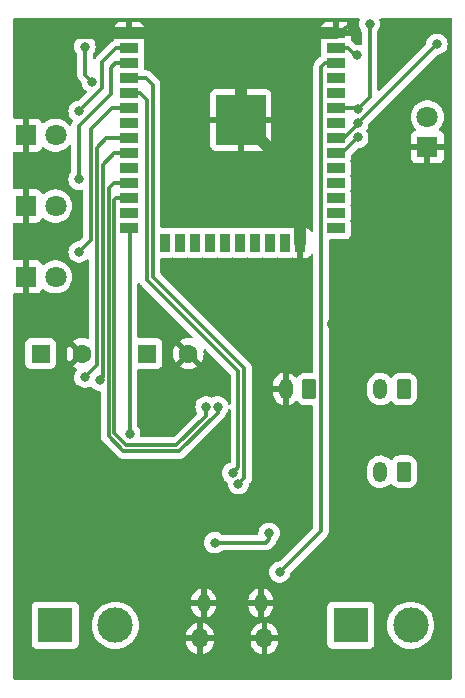
<source format=gbr>
%TF.GenerationSoftware,KiCad,Pcbnew,7.0.6*%
%TF.CreationDate,2025-04-22T02:23:43+09:00*%
%TF.ProjectId,Moving_V4_ESP,4d6f7669-6e67-45f5-9634-5f4553502e6b,rev?*%
%TF.SameCoordinates,Original*%
%TF.FileFunction,Copper,L2,Bot*%
%TF.FilePolarity,Positive*%
%FSLAX46Y46*%
G04 Gerber Fmt 4.6, Leading zero omitted, Abs format (unit mm)*
G04 Created by KiCad (PCBNEW 7.0.6) date 2025-04-22 02:23:43*
%MOMM*%
%LPD*%
G01*
G04 APERTURE LIST*
G04 Aperture macros list*
%AMRoundRect*
0 Rectangle with rounded corners*
0 $1 Rounding radius*
0 $2 $3 $4 $5 $6 $7 $8 $9 X,Y pos of 4 corners*
0 Add a 4 corners polygon primitive as box body*
4,1,4,$2,$3,$4,$5,$6,$7,$8,$9,$2,$3,0*
0 Add four circle primitives for the rounded corners*
1,1,$1+$1,$2,$3*
1,1,$1+$1,$4,$5*
1,1,$1+$1,$6,$7*
1,1,$1+$1,$8,$9*
0 Add four rect primitives between the rounded corners*
20,1,$1+$1,$2,$3,$4,$5,0*
20,1,$1+$1,$4,$5,$6,$7,0*
20,1,$1+$1,$6,$7,$8,$9,0*
20,1,$1+$1,$8,$9,$2,$3,0*%
G04 Aperture macros list end*
%TA.AperFunction,ComponentPad*%
%ADD10O,1.350000X1.700000*%
%TD*%
%TA.AperFunction,ComponentPad*%
%ADD11O,1.100000X1.500000*%
%TD*%
%TA.AperFunction,ComponentPad*%
%ADD12R,1.600000X1.600000*%
%TD*%
%TA.AperFunction,ComponentPad*%
%ADD13C,1.600000*%
%TD*%
%TA.AperFunction,ComponentPad*%
%ADD14R,1.800000X1.800000*%
%TD*%
%TA.AperFunction,ComponentPad*%
%ADD15C,1.800000*%
%TD*%
%TA.AperFunction,ComponentPad*%
%ADD16RoundRect,0.250000X0.350000X0.625000X-0.350000X0.625000X-0.350000X-0.625000X0.350000X-0.625000X0*%
%TD*%
%TA.AperFunction,ComponentPad*%
%ADD17O,1.200000X1.750000*%
%TD*%
%TA.AperFunction,SMDPad,CuDef*%
%ADD18R,1.500000X0.900000*%
%TD*%
%TA.AperFunction,SMDPad,CuDef*%
%ADD19R,0.900000X1.500000*%
%TD*%
%TA.AperFunction,SMDPad,CuDef*%
%ADD20R,1.050000X1.050000*%
%TD*%
%TA.AperFunction,HeatsinkPad*%
%ADD21C,0.600000*%
%TD*%
%TA.AperFunction,SMDPad,CuDef*%
%ADD22R,4.200000X4.200000*%
%TD*%
%TA.AperFunction,ComponentPad*%
%ADD23R,3.000000X3.000000*%
%TD*%
%TA.AperFunction,ComponentPad*%
%ADD24C,3.000000*%
%TD*%
%TA.AperFunction,ViaPad*%
%ADD25C,0.800000*%
%TD*%
%TA.AperFunction,Conductor*%
%ADD26C,1.000000*%
%TD*%
%TA.AperFunction,Conductor*%
%ADD27C,0.300000*%
%TD*%
G04 APERTURE END LIST*
D10*
%TO.P,J4,6,Shield*%
%TO.N,GND*%
X116245000Y-159115000D03*
D11*
X116555000Y-156115000D03*
X121395000Y-156115000D03*
D10*
X121705000Y-159115000D03*
%TD*%
D12*
%TO.P,C5,1*%
%TO.N,/Vin*%
X111750000Y-135000000D03*
D13*
%TO.P,C5,2*%
%TO.N,GND*%
X115250000Y-135000000D03*
%TD*%
D14*
%TO.P,D2,1,K*%
%TO.N,GND*%
X101475000Y-128500000D03*
D15*
%TO.P,D2,2,A*%
%TO.N,Net-(D2-A)*%
X104015000Y-128500000D03*
%TD*%
D12*
%TO.P,C6,1*%
%TO.N,/Vin*%
X102750000Y-135000000D03*
D13*
%TO.P,C6,2*%
%TO.N,GND*%
X106250000Y-135000000D03*
%TD*%
D16*
%TO.P,J1,1,Pin_1*%
%TO.N,/Vin*%
X133500000Y-145000000D03*
D17*
%TO.P,J1,2,Pin_2*%
%TO.N,/P_in1-*%
X131500000Y-145000000D03*
%TD*%
D18*
%TO.P,U3,1,GND*%
%TO.N,GND*%
X127750000Y-107865000D03*
%TO.P,U3,2,VDD*%
%TO.N,+3.3V*%
X127750000Y-109135000D03*
%TO.P,U3,3,EN*%
%TO.N,/EN*%
X127750000Y-110405000D03*
%TO.P,U3,4,SENSOR_VP*%
%TO.N,unconnected-(U3-SENSOR_VP-Pad4)*%
X127750000Y-111675000D03*
%TO.P,U3,5,SENSOR_VN*%
%TO.N,unconnected-(U3-SENSOR_VN-Pad5)*%
X127750000Y-112945000D03*
%TO.P,U3,6,IO34*%
%TO.N,/SENSOR_2*%
X127750000Y-114215000D03*
%TO.P,U3,7,IO35*%
%TO.N,unconnected-(U3-IO35-Pad7)*%
X127750000Y-115485000D03*
%TO.P,U3,8,IO32*%
%TO.N,/SENSOR_3*%
X127750000Y-116755000D03*
%TO.P,U3,9,IO33*%
%TO.N,/SENSOR_1*%
X127750000Y-118025000D03*
%TO.P,U3,10,IO25*%
%TO.N,unconnected-(U3-IO25-Pad10)*%
X127750000Y-119295000D03*
%TO.P,U3,11,IO26*%
%TO.N,unconnected-(U3-IO26-Pad11)*%
X127750000Y-120565000D03*
%TO.P,U3,12,IO27*%
%TO.N,unconnected-(U3-IO27-Pad12)*%
X127750000Y-121835000D03*
%TO.P,U3,13,IO14*%
%TO.N,unconnected-(U3-IO14-Pad13)*%
X127750000Y-123105000D03*
%TO.P,U3,14,IO12*%
%TO.N,unconnected-(U3-IO12-Pad14)*%
X127750000Y-124375000D03*
D19*
%TO.P,U3,15,GND*%
%TO.N,GND*%
X124710000Y-125625000D03*
%TO.P,U3,16,IO13*%
%TO.N,unconnected-(U3-IO13-Pad16)*%
X123440000Y-125625000D03*
%TO.P,U3,17,SHD/SD2*%
%TO.N,unconnected-(U3-SHD{slash}SD2-Pad17)*%
X122170000Y-125625000D03*
%TO.P,U3,18,SWP/SD3*%
%TO.N,unconnected-(U3-SWP{slash}SD3-Pad18)*%
X120900000Y-125625000D03*
%TO.P,U3,19,SCS/CMD*%
%TO.N,unconnected-(U3-SCS{slash}CMD-Pad19)*%
X119630000Y-125625000D03*
%TO.P,U3,20,SCK/CLK*%
%TO.N,unconnected-(U3-SCK{slash}CLK-Pad20)*%
X118360000Y-125625000D03*
%TO.P,U3,21,SDO/SD0*%
%TO.N,unconnected-(U3-SDO{slash}SD0-Pad21)*%
X117090000Y-125625000D03*
%TO.P,U3,22,SDI/SD1*%
%TO.N,unconnected-(U3-SDI{slash}SD1-Pad22)*%
X115820000Y-125625000D03*
%TO.P,U3,23,IO15*%
%TO.N,unconnected-(U3-IO15-Pad23)*%
X114550000Y-125625000D03*
%TO.P,U3,24,IO2*%
%TO.N,unconnected-(U3-IO2-Pad24)*%
X113280000Y-125625000D03*
D18*
%TO.P,U3,25,IO0*%
%TO.N,/IO_0*%
X110250000Y-124375000D03*
%TO.P,U3,26,IO4*%
%TO.N,unconnected-(U3-IO4-Pad26)*%
X110250000Y-123105000D03*
%TO.P,U3,27,IO16*%
%TO.N,/L_in1*%
X110250000Y-121835000D03*
%TO.P,U3,28,IO17*%
%TO.N,/L_in2*%
X110250000Y-120565000D03*
%TO.P,U3,29,IO5*%
%TO.N,unconnected-(U3-IO5-Pad29)*%
X110250000Y-119295000D03*
%TO.P,U3,30,IO18*%
%TO.N,/R_in1*%
X110250000Y-118025000D03*
%TO.P,U3,31,IO19*%
%TO.N,/R_in2*%
X110250000Y-116755000D03*
%TO.P,U3,32,NC*%
%TO.N,unconnected-(U3-NC-Pad32)*%
X110250000Y-115485000D03*
%TO.P,U3,33,IO21*%
%TO.N,/LED_R*%
X110250000Y-114215000D03*
%TO.P,U3,34,RXD0/IO3*%
%TO.N,Net-(U3-RXD0{slash}IO3)*%
X110250000Y-112945000D03*
%TO.P,U3,35,TXD0/IO1*%
%TO.N,/Rx(USB<-ESP)*%
X110250000Y-111675000D03*
%TO.P,U3,36,IO22*%
%TO.N,/LED_Y*%
X110250000Y-110405000D03*
%TO.P,U3,37,IO23*%
%TO.N,/LED_G*%
X110250000Y-109135000D03*
%TO.P,U3,38,GND*%
%TO.N,GND*%
X110250000Y-107865000D03*
D20*
%TO.P,U3,39,GND*%
X121205000Y-116730000D03*
D21*
X121205000Y-115967500D03*
D20*
X121205000Y-115205000D03*
D21*
X121205000Y-114442500D03*
D20*
X121205000Y-113680000D03*
D21*
X120442500Y-116730000D03*
X120442500Y-115205000D03*
X120442500Y-113680000D03*
D20*
X119680000Y-116730000D03*
D21*
X119680000Y-115967500D03*
D20*
X119680000Y-115205000D03*
D22*
X119680000Y-115205000D03*
D21*
X119680000Y-114442500D03*
D20*
X119680000Y-113680000D03*
D21*
X118917500Y-116730000D03*
X118917500Y-115205000D03*
X118917500Y-113680000D03*
D20*
X118155000Y-116730000D03*
D21*
X118155000Y-115967500D03*
D20*
X118155000Y-115205000D03*
D21*
X118155000Y-114442500D03*
D20*
X118155000Y-113680000D03*
%TD*%
D16*
%TO.P,J2,1,Pin_1*%
%TO.N,/P_in1-*%
X133500000Y-138000000D03*
D17*
%TO.P,J2,2,Pin_2*%
%TO.N,/P_in2-*%
X131500000Y-138000000D03*
%TD*%
D14*
%TO.P,D4,1,K*%
%TO.N,GND*%
X101475000Y-116500000D03*
D15*
%TO.P,D4,2,A*%
%TO.N,Net-(D4-A)*%
X104015000Y-116500000D03*
%TD*%
D14*
%TO.P,D1,1,K*%
%TO.N,GND*%
X135500000Y-117500000D03*
D15*
%TO.P,D1,2,A*%
%TO.N,Net-(D1-A)*%
X135500000Y-114960000D03*
%TD*%
D23*
%TO.P,J6,1,Pin_1*%
%TO.N,/P_MOT_L2*%
X129000000Y-158000000D03*
D24*
%TO.P,J6,2,Pin_2*%
%TO.N,/P_MOT_L1*%
X134080000Y-158000000D03*
%TD*%
D14*
%TO.P,D3,1,K*%
%TO.N,GND*%
X101475000Y-122500000D03*
D15*
%TO.P,D3,2,A*%
%TO.N,Net-(D3-A)*%
X104015000Y-122500000D03*
%TD*%
D16*
%TO.P,J3,1,Pin_1*%
%TO.N,/P_in2-*%
X125500000Y-138000000D03*
D17*
%TO.P,J3,2,Pin_2*%
%TO.N,GND*%
X123500000Y-138000000D03*
%TD*%
D23*
%TO.P,J5,1,Pin_1*%
%TO.N,/P_MOT_R2*%
X104000000Y-158000000D03*
D24*
%TO.P,J5,2,Pin_2*%
%TO.N,/P_MOT_R1*%
X109080000Y-158000000D03*
%TD*%
D25*
%TO.N,GND*%
X114000000Y-157000000D03*
X101000000Y-148500000D03*
X101000000Y-132000000D03*
X101000000Y-160500000D03*
X109500000Y-161500000D03*
X137000000Y-157500000D03*
X116000000Y-128000000D03*
X116000000Y-116000000D03*
X137000000Y-138000000D03*
X137000000Y-135000000D03*
X134000000Y-154500000D03*
X137000000Y-136500000D03*
X105500000Y-125000000D03*
X101000000Y-153000000D03*
X114000000Y-160000000D03*
X130500000Y-132500000D03*
X121000000Y-135000000D03*
X123000000Y-112000000D03*
X137000000Y-148500000D03*
X128500000Y-135500000D03*
X129000000Y-132500000D03*
X112500000Y-158500000D03*
X102000000Y-161500000D03*
X108000000Y-148500000D03*
X108000000Y-150000000D03*
X135500000Y-150000000D03*
X125500000Y-160000000D03*
X114000000Y-114000000D03*
X134000000Y-151500000D03*
X101000000Y-145500000D03*
X134000000Y-122500000D03*
X109500000Y-151500000D03*
X133000000Y-123000000D03*
X124000000Y-160000000D03*
X137000000Y-144000000D03*
X125000000Y-116000000D03*
X137000000Y-154500000D03*
X112500000Y-160000000D03*
X137000000Y-142500000D03*
X125500000Y-161500000D03*
X103500000Y-161500000D03*
X123000000Y-114000000D03*
X101000000Y-147000000D03*
X101000000Y-139500000D03*
X137000000Y-160500000D03*
X106500000Y-161500000D03*
X137000000Y-120000000D03*
X116000000Y-130000000D03*
X111500000Y-130500000D03*
X101000000Y-150000000D03*
X132500000Y-151500000D03*
X135500000Y-151500000D03*
X124000000Y-158500000D03*
X129000000Y-107250000D03*
X105000000Y-161500000D03*
X101500000Y-111250000D03*
X116000000Y-114000000D03*
X101000000Y-138000000D03*
X101500000Y-112500000D03*
X108000000Y-161500000D03*
X101000000Y-142500000D03*
X118000000Y-132000000D03*
X101000000Y-141000000D03*
X137000000Y-150000000D03*
X114000000Y-128000000D03*
X125500000Y-158500000D03*
X137000000Y-159000000D03*
X134500000Y-161500000D03*
X111000000Y-161500000D03*
X128500000Y-161500000D03*
X132000000Y-111500000D03*
X137000000Y-141000000D03*
X109500000Y-150000000D03*
X101000000Y-144000000D03*
X137000000Y-147000000D03*
X101000000Y-151500000D03*
X131500000Y-161500000D03*
X137000000Y-156000000D03*
X112500000Y-157000000D03*
X128500000Y-139500000D03*
X130000000Y-121500000D03*
X127500000Y-132500000D03*
X130000000Y-161500000D03*
X129500000Y-142000000D03*
X116250000Y-150000000D03*
X137000000Y-145500000D03*
X137000000Y-153000000D03*
X128500000Y-141000000D03*
X114000000Y-116000000D03*
X136000000Y-161500000D03*
X137000000Y-151500000D03*
X109500000Y-148500000D03*
X101500000Y-110000000D03*
X112500000Y-161500000D03*
X131000000Y-151500000D03*
X123000000Y-116000000D03*
X137000000Y-133500000D03*
X125000000Y-112000000D03*
X116000000Y-112000000D03*
X108000000Y-151500000D03*
X137000000Y-139500000D03*
X125000000Y-114000000D03*
X116250000Y-148500000D03*
X133000000Y-161500000D03*
X114000000Y-158500000D03*
X127000000Y-161500000D03*
X108000000Y-147000000D03*
X114000000Y-112000000D03*
X135500000Y-154500000D03*
%TO.N,+3.3V*%
X129500000Y-109750000D03*
%TO.N,/LED_R*%
X106000000Y-126400000D03*
%TO.N,/LED_Y*%
X106000000Y-120250000D03*
%TO.N,/LED_G*%
X106000000Y-114475000D03*
%TO.N,/SENSOR_1*%
X129600000Y-116700000D03*
X107100000Y-111975000D03*
X106500000Y-109000000D03*
%TO.N,/SENSOR_2*%
X130600000Y-107100000D03*
X129600000Y-114250000D03*
%TO.N,/SENSOR_3*%
X136300000Y-108800000D03*
X129600000Y-115500000D03*
%TO.N,/IO_0*%
X110300000Y-141775000D03*
%TO.N,/EN*%
X123000000Y-153500000D03*
%TO.N,/Rx(USB<-ESP)*%
X119500000Y-146000000D03*
%TO.N,/L_in1*%
X116750000Y-139500000D03*
%TO.N,/L_in2*%
X117750000Y-139500000D03*
%TO.N,/R_in1*%
X107750000Y-137250000D03*
%TO.N,/R_in2*%
X106500000Y-137000000D03*
%TO.N,/USB 5V_F*%
X117500000Y-151000000D03*
X122100000Y-150200000D03*
%TO.N,Net-(U3-RXD0{slash}IO3)*%
X119000000Y-145100000D03*
%TD*%
D26*
%TO.N,GND*%
X130500000Y-132500000D02*
X127500000Y-132500000D01*
X101500000Y-112500000D02*
X101500000Y-110000000D01*
X119680000Y-107935000D02*
X119750000Y-107865000D01*
X124710000Y-125625000D02*
X124710000Y-120235000D01*
D27*
X129000000Y-107250000D02*
X128750000Y-107250000D01*
D26*
X119680000Y-115205000D02*
X119680000Y-107935000D01*
X103635000Y-107865000D02*
X110250000Y-107865000D01*
X124710000Y-120235000D02*
X119680000Y-115205000D01*
X110250000Y-107865000D02*
X119750000Y-107865000D01*
X137000000Y-136500000D02*
X137000000Y-133500000D01*
X119750000Y-107865000D02*
X127750000Y-107865000D01*
X136000000Y-132500000D02*
X137000000Y-133500000D01*
D27*
X128750000Y-107250000D02*
X128135000Y-107865000D01*
D26*
X101500000Y-110000000D02*
X103635000Y-107865000D01*
X130500000Y-132500000D02*
X136000000Y-132500000D01*
D27*
X128135000Y-107865000D02*
X127750000Y-107865000D01*
%TO.N,+3.3V*%
X128750000Y-109135000D02*
X127750000Y-109135000D01*
X129500000Y-109750000D02*
X129365000Y-109750000D01*
X129365000Y-109750000D02*
X128750000Y-109135000D01*
%TO.N,/LED_R*%
X106000000Y-126400000D02*
X107000000Y-125400000D01*
X107000000Y-125400000D02*
X107000000Y-115975000D01*
X108760000Y-114215000D02*
X110250000Y-114215000D01*
X107000000Y-115975000D02*
X108760000Y-114215000D01*
%TO.N,/LED_Y*%
X108695000Y-110800000D02*
X109090000Y-110405000D01*
X108695000Y-113005000D02*
X108695000Y-110800000D01*
X106000000Y-115700000D02*
X108695000Y-113005000D01*
X109090000Y-110405000D02*
X110250000Y-110405000D01*
X106000000Y-120250000D02*
X106000000Y-115700000D01*
%TO.N,/LED_G*%
X109165000Y-109135000D02*
X110250000Y-109135000D01*
X107950000Y-112525000D02*
X107950000Y-110350000D01*
X107950000Y-110350000D02*
X109165000Y-109135000D01*
X106000000Y-114475000D02*
X107950000Y-112525000D01*
%TO.N,/SENSOR_1*%
X107100000Y-111975000D02*
X106500000Y-111375000D01*
X129600000Y-116700000D02*
X128275000Y-118025000D01*
X128275000Y-118025000D02*
X127750000Y-118025000D01*
X106500000Y-111375000D02*
X106500000Y-109000000D01*
%TO.N,/SENSOR_2*%
X130600000Y-113250000D02*
X130600000Y-107100000D01*
X129600000Y-114250000D02*
X130600000Y-113250000D01*
X129565000Y-114215000D02*
X127750000Y-114215000D01*
X129600000Y-114250000D02*
X129565000Y-114215000D01*
%TO.N,/SENSOR_3*%
X129600000Y-115600000D02*
X128445000Y-116755000D01*
X129600000Y-115500000D02*
X129600000Y-115600000D01*
X136300000Y-108800000D02*
X129600000Y-115500000D01*
X128445000Y-116755000D02*
X127750000Y-116755000D01*
%TO.N,/IO_0*%
X110300000Y-124425000D02*
X110300000Y-141600000D01*
X110250000Y-124375000D02*
X110300000Y-124425000D01*
%TO.N,/EN*%
X126500000Y-150000000D02*
X126500000Y-110700000D01*
X123000000Y-153500000D02*
X126500000Y-150000000D01*
X126795000Y-110405000D02*
X127750000Y-110405000D01*
X126500000Y-110700000D02*
X126795000Y-110405000D01*
%TO.N,/Rx(USB<-ESP)*%
X119500000Y-146000000D02*
X120000000Y-145500000D01*
X112250000Y-112250000D02*
X111675000Y-111675000D01*
X120000000Y-136250000D02*
X112250000Y-128500000D01*
X112250000Y-128500000D02*
X112250000Y-112250000D01*
X111675000Y-111675000D02*
X110250000Y-111675000D01*
X120000000Y-145500000D02*
X120000000Y-136250000D01*
%TO.N,/L_in1*%
X116750000Y-140250000D02*
X116750000Y-139500000D01*
X109165000Y-121835000D02*
X109000000Y-122000000D01*
X109000000Y-122000000D02*
X109000000Y-141750000D01*
X110250000Y-121835000D02*
X109165000Y-121835000D01*
X110000000Y-142750000D02*
X114250000Y-142750000D01*
X109000000Y-141750000D02*
X110000000Y-142750000D01*
X114250000Y-142750000D02*
X116750000Y-140250000D01*
%TO.N,/L_in2*%
X108500000Y-121000000D02*
X108935000Y-120565000D01*
X114500000Y-143250000D02*
X109750000Y-143250000D01*
X109750000Y-143250000D02*
X108500000Y-142000000D01*
X117750000Y-139500000D02*
X117750000Y-140000000D01*
X108500000Y-142000000D02*
X108500000Y-121000000D01*
X108935000Y-120565000D02*
X110250000Y-120565000D01*
X117750000Y-140000000D02*
X114500000Y-143250000D01*
%TO.N,/R_in1*%
X108000000Y-137000000D02*
X107750000Y-137250000D01*
X110250000Y-118025000D02*
X108975000Y-118025000D01*
X108975000Y-118025000D02*
X108000000Y-119000000D01*
X108000000Y-119000000D02*
X108000000Y-137000000D01*
%TO.N,/R_in2*%
X107500000Y-117550000D02*
X107500000Y-136000000D01*
X110250000Y-116755000D02*
X108295000Y-116755000D01*
X108295000Y-116755000D02*
X107500000Y-117550000D01*
X107500000Y-136000000D02*
X106500000Y-137000000D01*
%TO.N,/USB 5V_F*%
X122100000Y-150200000D02*
X122100000Y-150700000D01*
X122100000Y-150700000D02*
X121800000Y-151000000D01*
X121800000Y-151000000D02*
X117500000Y-151000000D01*
%TO.N,Net-(U3-RXD0{slash}IO3)*%
X111750000Y-113500000D02*
X111195000Y-112945000D01*
X119500000Y-144600000D02*
X119500000Y-136500000D01*
X119500000Y-136500000D02*
X111750000Y-128750000D01*
X119000000Y-145100000D02*
X119500000Y-144600000D01*
X111750000Y-128750000D02*
X111750000Y-113500000D01*
X111195000Y-112945000D02*
X110250000Y-112945000D01*
%TD*%
%TA.AperFunction,Conductor*%
%TO.N,GND*%
G36*
X129711985Y-106619685D02*
G01*
X129757740Y-106672489D01*
X129767684Y-106741647D01*
X129762877Y-106762318D01*
X129714327Y-106911740D01*
X129714326Y-106911744D01*
X129694540Y-107100000D01*
X129714326Y-107288256D01*
X129714327Y-107288259D01*
X129772818Y-107468277D01*
X129772821Y-107468284D01*
X129867466Y-107632215D01*
X129917649Y-107687948D01*
X129947880Y-107750940D01*
X129949500Y-107770921D01*
X129949500Y-108773466D01*
X129929815Y-108840505D01*
X129877011Y-108886260D01*
X129807853Y-108896204D01*
X129786276Y-108889983D01*
X129785990Y-108890866D01*
X129779802Y-108888855D01*
X129634000Y-108857865D01*
X129594646Y-108849500D01*
X129435808Y-108849500D01*
X129368769Y-108829815D01*
X129348127Y-108813181D01*
X129270434Y-108735488D01*
X129260361Y-108722914D01*
X129260174Y-108723070D01*
X129255201Y-108717059D01*
X129202756Y-108667810D01*
X129181035Y-108646089D01*
X129175240Y-108641594D01*
X129170798Y-108637799D01*
X129135396Y-108604554D01*
X129135388Y-108604548D01*
X129116792Y-108594325D01*
X129100531Y-108583644D01*
X129083764Y-108570638D01*
X129083763Y-108570637D01*
X129083761Y-108570636D01*
X129065491Y-108562730D01*
X129011783Y-108518040D01*
X128990763Y-108451407D01*
X128993029Y-108430116D01*
X128992769Y-108430088D01*
X128999999Y-108362844D01*
X129000000Y-108362827D01*
X129000000Y-108115000D01*
X126500000Y-108115000D01*
X126500000Y-108362844D01*
X126506401Y-108422372D01*
X126506403Y-108422379D01*
X126518925Y-108455952D01*
X126523909Y-108525643D01*
X126518925Y-108542617D01*
X126505909Y-108577514D01*
X126505908Y-108577516D01*
X126500081Y-108631722D01*
X126499501Y-108637123D01*
X126499500Y-108637135D01*
X126499500Y-109632870D01*
X126499501Y-109632876D01*
X126505908Y-109692482D01*
X126507759Y-109697444D01*
X126512738Y-109767136D01*
X126479249Y-109828457D01*
X126464460Y-109841088D01*
X126439832Y-109858981D01*
X126434949Y-109862189D01*
X126393132Y-109886920D01*
X126378126Y-109901926D01*
X126363336Y-109914558D01*
X126346167Y-109927032D01*
X126346165Y-109927034D01*
X126315194Y-109964470D01*
X126311262Y-109968791D01*
X126100483Y-110179569D01*
X126087910Y-110189643D01*
X126088065Y-110189830D01*
X126082059Y-110194798D01*
X126060333Y-110217934D01*
X126032809Y-110247244D01*
X126021949Y-110258104D01*
X126011088Y-110268965D01*
X126011078Y-110268977D01*
X126006587Y-110274765D01*
X126002801Y-110279197D01*
X125969552Y-110314606D01*
X125959322Y-110333213D01*
X125948646Y-110349464D01*
X125935640Y-110366232D01*
X125935636Y-110366238D01*
X125916348Y-110410811D01*
X125913777Y-110416058D01*
X125890372Y-110458630D01*
X125890372Y-110458631D01*
X125885091Y-110479199D01*
X125878791Y-110497601D01*
X125870364Y-110517073D01*
X125862766Y-110565047D01*
X125861581Y-110570770D01*
X125849500Y-110617818D01*
X125849500Y-110639044D01*
X125847973Y-110658444D01*
X125844652Y-110679403D01*
X125849224Y-110727766D01*
X125849499Y-110733603D01*
X125849498Y-124605567D01*
X125829813Y-124672606D01*
X125777009Y-124718361D01*
X125707851Y-124728305D01*
X125644295Y-124699280D01*
X125609315Y-124648896D01*
X125603354Y-124632914D01*
X125603350Y-124632906D01*
X125517190Y-124517812D01*
X125517187Y-124517809D01*
X125402093Y-124431649D01*
X125402086Y-124431645D01*
X125267379Y-124381403D01*
X125267372Y-124381401D01*
X125207844Y-124375000D01*
X124960000Y-124375000D01*
X124960000Y-126875000D01*
X125207828Y-126875000D01*
X125207844Y-126874999D01*
X125267372Y-126868598D01*
X125267379Y-126868596D01*
X125402086Y-126818354D01*
X125402093Y-126818350D01*
X125517187Y-126732190D01*
X125517190Y-126732187D01*
X125603350Y-126617093D01*
X125603352Y-126617089D01*
X125609314Y-126601104D01*
X125651182Y-126545169D01*
X125716646Y-126520748D01*
X125784919Y-126535597D01*
X125834327Y-126584999D01*
X125849498Y-126644432D01*
X125849499Y-136500500D01*
X125829814Y-136567539D01*
X125777010Y-136613294D01*
X125725499Y-136624500D01*
X125099998Y-136624500D01*
X125099980Y-136624501D01*
X124997203Y-136635000D01*
X124997200Y-136635001D01*
X124830668Y-136690185D01*
X124830663Y-136690187D01*
X124681342Y-136782289D01*
X124557287Y-136906344D01*
X124517905Y-136970193D01*
X124465957Y-137016917D01*
X124396994Y-137028138D01*
X124332912Y-137000295D01*
X124314897Y-136981747D01*
X124299731Y-136962462D01*
X124299728Y-136962459D01*
X124140969Y-136824894D01*
X124140958Y-136824885D01*
X123959039Y-136719855D01*
X123959032Y-136719852D01*
X123760516Y-136651144D01*
X123750000Y-136649632D01*
X123750000Y-137719382D01*
X123680948Y-137665637D01*
X123562576Y-137625000D01*
X123468927Y-137625000D01*
X123376554Y-137640414D01*
X123266486Y-137699981D01*
X123249999Y-137717890D01*
X123250000Y-136653740D01*
X123249999Y-136653740D01*
X123138594Y-136680768D01*
X123138582Y-136680772D01*
X122947497Y-136768037D01*
X122947496Y-136768038D01*
X122776380Y-136889889D01*
X122776374Y-136889895D01*
X122631407Y-137041932D01*
X122517833Y-137218657D01*
X122439755Y-137413685D01*
X122400000Y-137619962D01*
X122400000Y-137750000D01*
X123220440Y-137750000D01*
X123181722Y-137792059D01*
X123131449Y-137906670D01*
X123121114Y-138031395D01*
X123151837Y-138152719D01*
X123215394Y-138250000D01*
X122400000Y-138250000D01*
X122400000Y-138327398D01*
X122414965Y-138484122D01*
X122414966Y-138484126D01*
X122474149Y-138685686D01*
X122570413Y-138872414D01*
X122700268Y-139037537D01*
X122700271Y-139037540D01*
X122859030Y-139175105D01*
X122859041Y-139175114D01*
X123040960Y-139280144D01*
X123040967Y-139280147D01*
X123239487Y-139348856D01*
X123250000Y-139350367D01*
X123250000Y-138280617D01*
X123319052Y-138334363D01*
X123437424Y-138375000D01*
X123531073Y-138375000D01*
X123623446Y-138359586D01*
X123733514Y-138300019D01*
X123750000Y-138282110D01*
X123750000Y-139346257D01*
X123861409Y-139319229D01*
X124052507Y-139231959D01*
X124223619Y-139110110D01*
X124223625Y-139110104D01*
X124321478Y-139007478D01*
X124381987Y-138972543D01*
X124451777Y-138975867D01*
X124508692Y-139016394D01*
X124516761Y-139027951D01*
X124522889Y-139037887D01*
X124557288Y-139093656D01*
X124681344Y-139217712D01*
X124830666Y-139309814D01*
X124997203Y-139364999D01*
X125099991Y-139375500D01*
X125725499Y-139375499D01*
X125792538Y-139395183D01*
X125838293Y-139447987D01*
X125849499Y-139499499D01*
X125849499Y-149679192D01*
X125829814Y-149746231D01*
X125813180Y-149766873D01*
X123016873Y-152563181D01*
X122955550Y-152596666D01*
X122929192Y-152599500D01*
X122905354Y-152599500D01*
X122872897Y-152606398D01*
X122720197Y-152638855D01*
X122720192Y-152638857D01*
X122547270Y-152715848D01*
X122547265Y-152715851D01*
X122394129Y-152827111D01*
X122267466Y-152967785D01*
X122172821Y-153131715D01*
X122172818Y-153131722D01*
X122114327Y-153311740D01*
X122114326Y-153311744D01*
X122094540Y-153500000D01*
X122114326Y-153688256D01*
X122114327Y-153688259D01*
X122172818Y-153868277D01*
X122172821Y-153868284D01*
X122267467Y-154032216D01*
X122394128Y-154172887D01*
X122394129Y-154172888D01*
X122547265Y-154284148D01*
X122547270Y-154284151D01*
X122720192Y-154361142D01*
X122720197Y-154361144D01*
X122905354Y-154400500D01*
X122905355Y-154400500D01*
X123094644Y-154400500D01*
X123094646Y-154400500D01*
X123279803Y-154361144D01*
X123452730Y-154284151D01*
X123605871Y-154172888D01*
X123732533Y-154032216D01*
X123827179Y-153868284D01*
X123885674Y-153688256D01*
X123899168Y-153559855D01*
X123925752Y-153495242D01*
X123934799Y-153485145D01*
X126899513Y-150520431D01*
X126912079Y-150510365D01*
X126911925Y-150510178D01*
X126917937Y-150505204D01*
X126917937Y-150505203D01*
X126917940Y-150505202D01*
X126967190Y-150452755D01*
X126988911Y-150431035D01*
X126993401Y-150425245D01*
X126997183Y-150420815D01*
X127030448Y-150385393D01*
X127040674Y-150366790D01*
X127051353Y-150350533D01*
X127064362Y-150333764D01*
X127083656Y-150289175D01*
X127086212Y-150283956D01*
X127109627Y-150241368D01*
X127114905Y-150220806D01*
X127121207Y-150202399D01*
X127129635Y-150182927D01*
X127135850Y-150143679D01*
X127137233Y-150134953D01*
X127138415Y-150129242D01*
X127150500Y-150082177D01*
X127150500Y-150060950D01*
X127152027Y-150041550D01*
X127155346Y-150020596D01*
X127150775Y-149972239D01*
X127150500Y-149966401D01*
X127150500Y-145327425D01*
X130399500Y-145327425D01*
X130413050Y-145469322D01*
X130414472Y-145484217D01*
X130414473Y-145484221D01*
X130470495Y-145675016D01*
X130473684Y-145685875D01*
X130518542Y-145772888D01*
X130569991Y-145872686D01*
X130699905Y-146037883D01*
X130699909Y-146037887D01*
X130858746Y-146175521D01*
X131040750Y-146280601D01*
X131040752Y-146280601D01*
X131040756Y-146280604D01*
X131239367Y-146349344D01*
X131447398Y-146379254D01*
X131657330Y-146369254D01*
X131861576Y-146319704D01*
X131947199Y-146280601D01*
X132052743Y-146232401D01*
X132052746Y-146232399D01*
X132052753Y-146232396D01*
X132223952Y-146110486D01*
X132321751Y-146007916D01*
X132382258Y-145972983D01*
X132452049Y-145976307D01*
X132508963Y-146016835D01*
X132517030Y-146028388D01*
X132557288Y-146093656D01*
X132681344Y-146217712D01*
X132830666Y-146309814D01*
X132997203Y-146364999D01*
X133099991Y-146375500D01*
X133900008Y-146375499D01*
X133900016Y-146375498D01*
X133900019Y-146375498D01*
X133961143Y-146369254D01*
X134002797Y-146364999D01*
X134169334Y-146309814D01*
X134318656Y-146217712D01*
X134442712Y-146093656D01*
X134534814Y-145944334D01*
X134589999Y-145777797D01*
X134600500Y-145675009D01*
X134600499Y-144324992D01*
X134589999Y-144222203D01*
X134534814Y-144055666D01*
X134442712Y-143906344D01*
X134318656Y-143782288D01*
X134225888Y-143725069D01*
X134169336Y-143690187D01*
X134169331Y-143690185D01*
X134139488Y-143680296D01*
X134002797Y-143635001D01*
X134002795Y-143635000D01*
X133900010Y-143624500D01*
X133099998Y-143624500D01*
X133099980Y-143624501D01*
X132997203Y-143635000D01*
X132997200Y-143635001D01*
X132830668Y-143690185D01*
X132830663Y-143690187D01*
X132681342Y-143782289D01*
X132557288Y-143906343D01*
X132557285Y-143906347D01*
X132518184Y-143969740D01*
X132466236Y-144016465D01*
X132397274Y-144027686D01*
X132333192Y-143999843D01*
X132315175Y-143981294D01*
X132300092Y-143962114D01*
X132300090Y-143962112D01*
X132141253Y-143824478D01*
X131959249Y-143719398D01*
X131959245Y-143719396D01*
X131959244Y-143719396D01*
X131760633Y-143650656D01*
X131552602Y-143620746D01*
X131552598Y-143620746D01*
X131342672Y-143630745D01*
X131138421Y-143680296D01*
X131138417Y-143680298D01*
X130947256Y-143767598D01*
X130947251Y-143767601D01*
X130776046Y-143889515D01*
X130776040Y-143889520D01*
X130631014Y-144041620D01*
X130517388Y-144218425D01*
X130439274Y-144413544D01*
X130409547Y-144567784D01*
X130399500Y-144619915D01*
X130399500Y-145327425D01*
X127150500Y-145327425D01*
X127150500Y-138327425D01*
X130399500Y-138327425D01*
X130400163Y-138334363D01*
X130414472Y-138484217D01*
X130414473Y-138484221D01*
X130473628Y-138685686D01*
X130473684Y-138685875D01*
X130521072Y-138777795D01*
X130569991Y-138872686D01*
X130699905Y-139037883D01*
X130699909Y-139037887D01*
X130858746Y-139175521D01*
X131040750Y-139280601D01*
X131040752Y-139280601D01*
X131040756Y-139280604D01*
X131239367Y-139349344D01*
X131447398Y-139379254D01*
X131657330Y-139369254D01*
X131861576Y-139319704D01*
X131948200Y-139280144D01*
X132052743Y-139232401D01*
X132052746Y-139232399D01*
X132052753Y-139232396D01*
X132223952Y-139110486D01*
X132321751Y-139007916D01*
X132382258Y-138972983D01*
X132452049Y-138976307D01*
X132508963Y-139016835D01*
X132517030Y-139028388D01*
X132557288Y-139093656D01*
X132681344Y-139217712D01*
X132830666Y-139309814D01*
X132997203Y-139364999D01*
X133099991Y-139375500D01*
X133900008Y-139375499D01*
X133900016Y-139375498D01*
X133900019Y-139375498D01*
X133961143Y-139369254D01*
X134002797Y-139364999D01*
X134169334Y-139309814D01*
X134318656Y-139217712D01*
X134442712Y-139093656D01*
X134534814Y-138944334D01*
X134589999Y-138777797D01*
X134600500Y-138675009D01*
X134600499Y-137324992D01*
X134589999Y-137222203D01*
X134534814Y-137055666D01*
X134442712Y-136906344D01*
X134318656Y-136782288D01*
X134217431Y-136719852D01*
X134169336Y-136690187D01*
X134169331Y-136690185D01*
X134139488Y-136680296D01*
X134002797Y-136635001D01*
X134002795Y-136635000D01*
X133900010Y-136624500D01*
X133099998Y-136624500D01*
X133099980Y-136624501D01*
X132997203Y-136635000D01*
X132997200Y-136635001D01*
X132830668Y-136690185D01*
X132830663Y-136690187D01*
X132681342Y-136782289D01*
X132557288Y-136906343D01*
X132557285Y-136906347D01*
X132518184Y-136969740D01*
X132466236Y-137016465D01*
X132397274Y-137027686D01*
X132333192Y-136999843D01*
X132315175Y-136981294D01*
X132300092Y-136962114D01*
X132300090Y-136962112D01*
X132141253Y-136824478D01*
X131959249Y-136719398D01*
X131959245Y-136719396D01*
X131959244Y-136719396D01*
X131760633Y-136650656D01*
X131552602Y-136620746D01*
X131552598Y-136620746D01*
X131342672Y-136630745D01*
X131138421Y-136680296D01*
X131138417Y-136680298D01*
X130947256Y-136767598D01*
X130947251Y-136767601D01*
X130776046Y-136889515D01*
X130776040Y-136889520D01*
X130631014Y-137041620D01*
X130517388Y-137218425D01*
X130439274Y-137413544D01*
X130399500Y-137619914D01*
X130399500Y-137619915D01*
X130399500Y-138327425D01*
X127150500Y-138327425D01*
X127150500Y-125449499D01*
X127170185Y-125382460D01*
X127222989Y-125336705D01*
X127274500Y-125325499D01*
X128547871Y-125325499D01*
X128547872Y-125325499D01*
X128607483Y-125319091D01*
X128742331Y-125268796D01*
X128857546Y-125182546D01*
X128943796Y-125067331D01*
X128994091Y-124932483D01*
X129000500Y-124872873D01*
X129000499Y-123877128D01*
X128994091Y-123817517D01*
X128981341Y-123783332D01*
X128976357Y-123713640D01*
X128981342Y-123696664D01*
X128994091Y-123662483D01*
X128996284Y-123642084D01*
X129000500Y-123602873D01*
X129000499Y-122607128D01*
X128994091Y-122547517D01*
X128989052Y-122534008D01*
X128981341Y-122513332D01*
X128976357Y-122443640D01*
X128981342Y-122426664D01*
X128994091Y-122392483D01*
X128994091Y-122392482D01*
X129000500Y-122332873D01*
X129000499Y-121337128D01*
X128994091Y-121277517D01*
X128981340Y-121243332D01*
X128976357Y-121173642D01*
X128981338Y-121156672D01*
X128994091Y-121122483D01*
X129000500Y-121062873D01*
X129000499Y-120067128D01*
X128994091Y-120007517D01*
X128981341Y-119973332D01*
X128976357Y-119903640D01*
X128981342Y-119886664D01*
X128983186Y-119881722D01*
X128994091Y-119852483D01*
X129000500Y-119792873D01*
X129000499Y-118797128D01*
X128994091Y-118737517D01*
X128981340Y-118703332D01*
X128976357Y-118633642D01*
X128981338Y-118616672D01*
X128994091Y-118582483D01*
X129000500Y-118522873D01*
X129000499Y-118270806D01*
X129020183Y-118203768D01*
X129036813Y-118183131D01*
X129583126Y-117636819D01*
X129644450Y-117603334D01*
X129670808Y-117600500D01*
X129694644Y-117600500D01*
X129694646Y-117600500D01*
X129879803Y-117561144D01*
X130052730Y-117484151D01*
X130205871Y-117372888D01*
X130332533Y-117232216D01*
X130427179Y-117068284D01*
X130485674Y-116888256D01*
X130505460Y-116700000D01*
X130485674Y-116511744D01*
X130427179Y-116331716D01*
X130357311Y-116210701D01*
X130329284Y-116162156D01*
X130331929Y-116160628D01*
X130312779Y-116107421D01*
X130328417Y-116039323D01*
X130329344Y-116037879D01*
X130329284Y-116037844D01*
X130385114Y-115941142D01*
X130427179Y-115868284D01*
X130485674Y-115688256D01*
X130499168Y-115559855D01*
X130525752Y-115495242D01*
X130534799Y-115485145D01*
X131059938Y-114960006D01*
X134094700Y-114960006D01*
X134113864Y-115191297D01*
X134113866Y-115191308D01*
X134170842Y-115416300D01*
X134264075Y-115628848D01*
X134391018Y-115823150D01*
X134486167Y-115926510D01*
X134517089Y-115989164D01*
X134509228Y-116058590D01*
X134465081Y-116112746D01*
X134438271Y-116126674D01*
X134357911Y-116156646D01*
X134357906Y-116156649D01*
X134242812Y-116242809D01*
X134242809Y-116242812D01*
X134156649Y-116357906D01*
X134156645Y-116357913D01*
X134106403Y-116492620D01*
X134106401Y-116492627D01*
X134100000Y-116552155D01*
X134100000Y-117250000D01*
X135124722Y-117250000D01*
X135076375Y-117333740D01*
X135046190Y-117465992D01*
X135056327Y-117601265D01*
X135105887Y-117727541D01*
X135123797Y-117750000D01*
X134100000Y-117750000D01*
X134100000Y-118447844D01*
X134106401Y-118507372D01*
X134106403Y-118507379D01*
X134156645Y-118642086D01*
X134156649Y-118642093D01*
X134242809Y-118757187D01*
X134242812Y-118757190D01*
X134357906Y-118843350D01*
X134357913Y-118843354D01*
X134492620Y-118893596D01*
X134492627Y-118893598D01*
X134552155Y-118899999D01*
X134552172Y-118900000D01*
X135250000Y-118900000D01*
X135250000Y-117874189D01*
X135302547Y-117910016D01*
X135432173Y-117950000D01*
X135533724Y-117950000D01*
X135634138Y-117934865D01*
X135750000Y-117879068D01*
X135750000Y-118900000D01*
X136447828Y-118900000D01*
X136447844Y-118899999D01*
X136507372Y-118893598D01*
X136507379Y-118893596D01*
X136642086Y-118843354D01*
X136642093Y-118843350D01*
X136757187Y-118757190D01*
X136757190Y-118757187D01*
X136843350Y-118642093D01*
X136843354Y-118642086D01*
X136893596Y-118507379D01*
X136893598Y-118507372D01*
X136899999Y-118447844D01*
X136900000Y-118447827D01*
X136900000Y-117750000D01*
X135875278Y-117750000D01*
X135923625Y-117666260D01*
X135953810Y-117534008D01*
X135943673Y-117398735D01*
X135894113Y-117272459D01*
X135876203Y-117250000D01*
X136900000Y-117250000D01*
X136900000Y-116552172D01*
X136899999Y-116552155D01*
X136893598Y-116492627D01*
X136893596Y-116492620D01*
X136843354Y-116357913D01*
X136843350Y-116357906D01*
X136757190Y-116242812D01*
X136757187Y-116242809D01*
X136642093Y-116156649D01*
X136642086Y-116156645D01*
X136561729Y-116126674D01*
X136505795Y-116084803D01*
X136481378Y-116019338D01*
X136496230Y-115951065D01*
X136513826Y-115926516D01*
X136608979Y-115823153D01*
X136735924Y-115628849D01*
X136829157Y-115416300D01*
X136886134Y-115191305D01*
X136890576Y-115137702D01*
X136905300Y-114960006D01*
X136905300Y-114959993D01*
X136886135Y-114728702D01*
X136886133Y-114728691D01*
X136829157Y-114503699D01*
X136735924Y-114291151D01*
X136608983Y-114096852D01*
X136608980Y-114096849D01*
X136608979Y-114096847D01*
X136451784Y-113926087D01*
X136451779Y-113926083D01*
X136451777Y-113926081D01*
X136268634Y-113783535D01*
X136268628Y-113783531D01*
X136064504Y-113673064D01*
X136064495Y-113673061D01*
X135844984Y-113597702D01*
X135646012Y-113564500D01*
X135616049Y-113559500D01*
X135383951Y-113559500D01*
X135353988Y-113564500D01*
X135155015Y-113597702D01*
X134935504Y-113673061D01*
X134935495Y-113673064D01*
X134731371Y-113783531D01*
X134731365Y-113783535D01*
X134548222Y-113926081D01*
X134548219Y-113926084D01*
X134548216Y-113926086D01*
X134548216Y-113926087D01*
X134489267Y-113990121D01*
X134391016Y-114096852D01*
X134264075Y-114291151D01*
X134170842Y-114503699D01*
X134113866Y-114728691D01*
X134113864Y-114728702D01*
X134094700Y-114959993D01*
X134094700Y-114960006D01*
X131059938Y-114960006D01*
X136283126Y-109736819D01*
X136344450Y-109703334D01*
X136370808Y-109700500D01*
X136394644Y-109700500D01*
X136394646Y-109700500D01*
X136579803Y-109661144D01*
X136752730Y-109584151D01*
X136905871Y-109472888D01*
X137032533Y-109332216D01*
X137127179Y-109168284D01*
X137185674Y-108988256D01*
X137205460Y-108800000D01*
X137185674Y-108611744D01*
X137127179Y-108431716D01*
X137032533Y-108267784D01*
X136905871Y-108127112D01*
X136905870Y-108127111D01*
X136752734Y-108015851D01*
X136752729Y-108015848D01*
X136579807Y-107938857D01*
X136579802Y-107938855D01*
X136434001Y-107907865D01*
X136394646Y-107899500D01*
X136205354Y-107899500D01*
X136172897Y-107906398D01*
X136020197Y-107938855D01*
X136020192Y-107938857D01*
X135847270Y-108015848D01*
X135847265Y-108015851D01*
X135694129Y-108127111D01*
X135567466Y-108267785D01*
X135472821Y-108431715D01*
X135472818Y-108431722D01*
X135414327Y-108611739D01*
X135414326Y-108611741D01*
X135400831Y-108740142D01*
X135374246Y-108804757D01*
X135365191Y-108814861D01*
X131462181Y-112717872D01*
X131400858Y-112751357D01*
X131331166Y-112746373D01*
X131275233Y-112704501D01*
X131250816Y-112639037D01*
X131250500Y-112630191D01*
X131250500Y-107770921D01*
X131270185Y-107703882D01*
X131282351Y-107687948D01*
X131332533Y-107632216D01*
X131427179Y-107468284D01*
X131485674Y-107288256D01*
X131505460Y-107100000D01*
X131485674Y-106911744D01*
X131462177Y-106839428D01*
X131437123Y-106762318D01*
X131435128Y-106692477D01*
X131471209Y-106632644D01*
X131533910Y-106601816D01*
X131555054Y-106600000D01*
X137476000Y-106600000D01*
X137543039Y-106619685D01*
X137588794Y-106672489D01*
X137600000Y-106724000D01*
X137600000Y-162476000D01*
X137580315Y-162543039D01*
X137527511Y-162588794D01*
X137476000Y-162600000D01*
X100524000Y-162600000D01*
X100456961Y-162580315D01*
X100411206Y-162527511D01*
X100400000Y-162476000D01*
X100400000Y-159547870D01*
X101999500Y-159547870D01*
X101999501Y-159547876D01*
X102005908Y-159607483D01*
X102056202Y-159742328D01*
X102056206Y-159742335D01*
X102142452Y-159857544D01*
X102142455Y-159857547D01*
X102257664Y-159943793D01*
X102257671Y-159943797D01*
X102392517Y-159994091D01*
X102392516Y-159994091D01*
X102399444Y-159994835D01*
X102452127Y-160000500D01*
X105547872Y-160000499D01*
X105607483Y-159994091D01*
X105742331Y-159943796D01*
X105857546Y-159857546D01*
X105943796Y-159742331D01*
X105994091Y-159607483D01*
X106000500Y-159547873D01*
X106000500Y-158000001D01*
X107074390Y-158000001D01*
X107094804Y-158285433D01*
X107155628Y-158565037D01*
X107155630Y-158565043D01*
X107155631Y-158565046D01*
X107255633Y-158833161D01*
X107255635Y-158833166D01*
X107392770Y-159084309D01*
X107392775Y-159084317D01*
X107564254Y-159313387D01*
X107564270Y-159313405D01*
X107766594Y-159515729D01*
X107766612Y-159515745D01*
X107995682Y-159687224D01*
X107995690Y-159687229D01*
X108246833Y-159824364D01*
X108246832Y-159824364D01*
X108246836Y-159824365D01*
X108246839Y-159824367D01*
X108514954Y-159924369D01*
X108514960Y-159924370D01*
X108514962Y-159924371D01*
X108794566Y-159985195D01*
X108794568Y-159985195D01*
X108794572Y-159985196D01*
X109048220Y-160003337D01*
X109079999Y-160005610D01*
X109080000Y-160005610D01*
X109080001Y-160005610D01*
X109108595Y-160003564D01*
X109365428Y-159985196D01*
X109555742Y-159943796D01*
X109645037Y-159924371D01*
X109645037Y-159924370D01*
X109645046Y-159924369D01*
X109913161Y-159824367D01*
X110164315Y-159687226D01*
X110393395Y-159515739D01*
X110595739Y-159313395D01*
X110767226Y-159084315D01*
X110886982Y-158864999D01*
X115071915Y-158864999D01*
X115071916Y-158865000D01*
X115895000Y-158865000D01*
X115895000Y-159365000D01*
X115071916Y-159365000D01*
X115085058Y-159506830D01*
X115144650Y-159716274D01*
X115144655Y-159716287D01*
X115241715Y-159911208D01*
X115372945Y-160084985D01*
X115533868Y-160231685D01*
X115719012Y-160346322D01*
X115719023Y-160346327D01*
X115922060Y-160424984D01*
X115995000Y-160438619D01*
X115995000Y-159610581D01*
X116050921Y-159662060D01*
X116157892Y-159708982D01*
X116274302Y-159718628D01*
X116387538Y-159689953D01*
X116485327Y-159626064D01*
X116495000Y-159613635D01*
X116495000Y-160438619D01*
X116567939Y-160424984D01*
X116770976Y-160346327D01*
X116770987Y-160346322D01*
X116956130Y-160231685D01*
X116956131Y-160231685D01*
X117117054Y-160084985D01*
X117248284Y-159911208D01*
X117345344Y-159716287D01*
X117345349Y-159716274D01*
X117404941Y-159506830D01*
X117418084Y-159365000D01*
X116595000Y-159365000D01*
X116595000Y-158865000D01*
X117418084Y-158865000D01*
X117418084Y-158864999D01*
X120531915Y-158864999D01*
X120531916Y-158865000D01*
X121355000Y-158865000D01*
X121355000Y-159365000D01*
X120531916Y-159365000D01*
X120545058Y-159506830D01*
X120604650Y-159716274D01*
X120604655Y-159716287D01*
X120701715Y-159911208D01*
X120832945Y-160084985D01*
X120993868Y-160231685D01*
X121179012Y-160346322D01*
X121179023Y-160346327D01*
X121382060Y-160424984D01*
X121455000Y-160438619D01*
X121455000Y-159610581D01*
X121510921Y-159662060D01*
X121617892Y-159708982D01*
X121734302Y-159718628D01*
X121847538Y-159689953D01*
X121945327Y-159626064D01*
X121955000Y-159613635D01*
X121955000Y-160438619D01*
X122027939Y-160424984D01*
X122230976Y-160346327D01*
X122230987Y-160346322D01*
X122416130Y-160231685D01*
X122416131Y-160231685D01*
X122577054Y-160084985D01*
X122708284Y-159911208D01*
X122805344Y-159716287D01*
X122805349Y-159716274D01*
X122853264Y-159547870D01*
X126999500Y-159547870D01*
X126999501Y-159547876D01*
X127005908Y-159607483D01*
X127056202Y-159742328D01*
X127056206Y-159742335D01*
X127142452Y-159857544D01*
X127142455Y-159857547D01*
X127257664Y-159943793D01*
X127257671Y-159943797D01*
X127392517Y-159994091D01*
X127392516Y-159994091D01*
X127399444Y-159994835D01*
X127452127Y-160000500D01*
X130547872Y-160000499D01*
X130607483Y-159994091D01*
X130742331Y-159943796D01*
X130857546Y-159857546D01*
X130943796Y-159742331D01*
X130994091Y-159607483D01*
X131000500Y-159547873D01*
X131000500Y-158000001D01*
X132074390Y-158000001D01*
X132094804Y-158285433D01*
X132155628Y-158565037D01*
X132155630Y-158565043D01*
X132155631Y-158565046D01*
X132255633Y-158833161D01*
X132255635Y-158833166D01*
X132392770Y-159084309D01*
X132392775Y-159084317D01*
X132564254Y-159313387D01*
X132564270Y-159313405D01*
X132766594Y-159515729D01*
X132766612Y-159515745D01*
X132995682Y-159687224D01*
X132995690Y-159687229D01*
X133246833Y-159824364D01*
X133246832Y-159824364D01*
X133246836Y-159824365D01*
X133246839Y-159824367D01*
X133514954Y-159924369D01*
X133514960Y-159924370D01*
X133514962Y-159924371D01*
X133794566Y-159985195D01*
X133794568Y-159985195D01*
X133794572Y-159985196D01*
X134048220Y-160003337D01*
X134079999Y-160005610D01*
X134080000Y-160005610D01*
X134080001Y-160005610D01*
X134108595Y-160003564D01*
X134365428Y-159985196D01*
X134555742Y-159943796D01*
X134645037Y-159924371D01*
X134645037Y-159924370D01*
X134645046Y-159924369D01*
X134913161Y-159824367D01*
X135164315Y-159687226D01*
X135393395Y-159515739D01*
X135595739Y-159313395D01*
X135767226Y-159084315D01*
X135904367Y-158833161D01*
X136004369Y-158565046D01*
X136065196Y-158285428D01*
X136085610Y-158000000D01*
X136085489Y-157998314D01*
X136081519Y-157942808D01*
X136065196Y-157714572D01*
X136004369Y-157434954D01*
X135904367Y-157166839D01*
X135846604Y-157061055D01*
X135767229Y-156915690D01*
X135767224Y-156915682D01*
X135595745Y-156686612D01*
X135595729Y-156686594D01*
X135393405Y-156484270D01*
X135393387Y-156484254D01*
X135164317Y-156312775D01*
X135164309Y-156312770D01*
X134913166Y-156175635D01*
X134913167Y-156175635D01*
X134805914Y-156135632D01*
X134645046Y-156075631D01*
X134645043Y-156075630D01*
X134645037Y-156075628D01*
X134365433Y-156014804D01*
X134080001Y-155994390D01*
X134079999Y-155994390D01*
X133794566Y-156014804D01*
X133514962Y-156075628D01*
X133246833Y-156175635D01*
X132995690Y-156312770D01*
X132995682Y-156312775D01*
X132766612Y-156484254D01*
X132766594Y-156484270D01*
X132564270Y-156686594D01*
X132564254Y-156686612D01*
X132392775Y-156915682D01*
X132392770Y-156915690D01*
X132255635Y-157166833D01*
X132155628Y-157434962D01*
X132094804Y-157714566D01*
X132074390Y-157999998D01*
X132074390Y-158000001D01*
X131000500Y-158000001D01*
X131000499Y-156452128D01*
X130994091Y-156392517D01*
X130964347Y-156312770D01*
X130943797Y-156257671D01*
X130943793Y-156257664D01*
X130857547Y-156142455D01*
X130857544Y-156142452D01*
X130742335Y-156056206D01*
X130742328Y-156056202D01*
X130607482Y-156005908D01*
X130607483Y-156005908D01*
X130547883Y-155999501D01*
X130547881Y-155999500D01*
X130547873Y-155999500D01*
X130547864Y-155999500D01*
X127452129Y-155999500D01*
X127452123Y-155999501D01*
X127392516Y-156005908D01*
X127257671Y-156056202D01*
X127257664Y-156056206D01*
X127142455Y-156142452D01*
X127142452Y-156142455D01*
X127056206Y-156257664D01*
X127056202Y-156257671D01*
X127005908Y-156392517D01*
X126999501Y-156452116D01*
X126999501Y-156452123D01*
X126999500Y-156452135D01*
X126999500Y-159547870D01*
X122853264Y-159547870D01*
X122864941Y-159506830D01*
X122878084Y-159365000D01*
X122055000Y-159365000D01*
X122055000Y-158865000D01*
X122878084Y-158865000D01*
X122878084Y-158864999D01*
X122864941Y-158723169D01*
X122805349Y-158513725D01*
X122805344Y-158513712D01*
X122708284Y-158318791D01*
X122577054Y-158145014D01*
X122416131Y-157998314D01*
X122230987Y-157883677D01*
X122230985Y-157883676D01*
X122027931Y-157805013D01*
X122027921Y-157805010D01*
X121955001Y-157791378D01*
X121955000Y-157791379D01*
X121955000Y-158619418D01*
X121899079Y-158567940D01*
X121792108Y-158521018D01*
X121675698Y-158511372D01*
X121562462Y-158540047D01*
X121464673Y-158603936D01*
X121454999Y-158616364D01*
X121454999Y-157791379D01*
X121454998Y-157791378D01*
X121382078Y-157805010D01*
X121382068Y-157805013D01*
X121179014Y-157883676D01*
X121179012Y-157883677D01*
X120993869Y-157998314D01*
X120993868Y-157998314D01*
X120832945Y-158145014D01*
X120701715Y-158318791D01*
X120604655Y-158513712D01*
X120604650Y-158513725D01*
X120545058Y-158723169D01*
X120531915Y-158864999D01*
X117418084Y-158864999D01*
X117404941Y-158723169D01*
X117345349Y-158513725D01*
X117345344Y-158513712D01*
X117248284Y-158318791D01*
X117117054Y-158145014D01*
X116956131Y-157998314D01*
X116770987Y-157883677D01*
X116770985Y-157883676D01*
X116567931Y-157805013D01*
X116567921Y-157805010D01*
X116495001Y-157791378D01*
X116495000Y-157791379D01*
X116495000Y-158619418D01*
X116439079Y-158567940D01*
X116332108Y-158521018D01*
X116215698Y-158511372D01*
X116102462Y-158540047D01*
X116004673Y-158603936D01*
X115995000Y-158616364D01*
X115995000Y-157791379D01*
X115994998Y-157791378D01*
X115922078Y-157805010D01*
X115922068Y-157805013D01*
X115719014Y-157883676D01*
X115719012Y-157883677D01*
X115533869Y-157998314D01*
X115533868Y-157998314D01*
X115372945Y-158145014D01*
X115241715Y-158318791D01*
X115144655Y-158513712D01*
X115144650Y-158513725D01*
X115085058Y-158723169D01*
X115071915Y-158864999D01*
X110886982Y-158864999D01*
X110904367Y-158833161D01*
X111004369Y-158565046D01*
X111065196Y-158285428D01*
X111085610Y-158000000D01*
X111085489Y-157998314D01*
X111081519Y-157942808D01*
X111065196Y-157714572D01*
X111004369Y-157434954D01*
X110904367Y-157166839D01*
X110846604Y-157061055D01*
X110767229Y-156915690D01*
X110767224Y-156915682D01*
X110595745Y-156686612D01*
X110595729Y-156686594D01*
X110393405Y-156484270D01*
X110393387Y-156484254D01*
X110236198Y-156366584D01*
X115505000Y-156366584D01*
X115520191Y-156520834D01*
X115580233Y-156718766D01*
X115677728Y-156901166D01*
X115677732Y-156901173D01*
X115808944Y-157061055D01*
X115968826Y-157192267D01*
X115968833Y-157192271D01*
X116151233Y-157289766D01*
X116305000Y-157336410D01*
X116305000Y-156529482D01*
X116389993Y-156600801D01*
X116497694Y-156640000D01*
X116612306Y-156640000D01*
X116720007Y-156600801D01*
X116805000Y-156529482D01*
X116805000Y-157336410D01*
X116958766Y-157289766D01*
X117141166Y-157192271D01*
X117141173Y-157192267D01*
X117301055Y-157061055D01*
X117432267Y-156901173D01*
X117432271Y-156901166D01*
X117529766Y-156718766D01*
X117589808Y-156520834D01*
X117605000Y-156366584D01*
X120345000Y-156366584D01*
X120360191Y-156520834D01*
X120420233Y-156718766D01*
X120517728Y-156901166D01*
X120517732Y-156901173D01*
X120648944Y-157061055D01*
X120808826Y-157192267D01*
X120808833Y-157192271D01*
X120991233Y-157289766D01*
X121145000Y-157336410D01*
X121145000Y-156529482D01*
X121229993Y-156600801D01*
X121337694Y-156640000D01*
X121452306Y-156640000D01*
X121560007Y-156600801D01*
X121645000Y-156529482D01*
X121645000Y-157336410D01*
X121798766Y-157289766D01*
X121981166Y-157192271D01*
X121981173Y-157192267D01*
X122141055Y-157061055D01*
X122272267Y-156901173D01*
X122272271Y-156901166D01*
X122369766Y-156718766D01*
X122429808Y-156520834D01*
X122445000Y-156366584D01*
X122445000Y-156365000D01*
X121716198Y-156365000D01*
X121720000Y-156343436D01*
X121720000Y-155886564D01*
X121716198Y-155865000D01*
X122445000Y-155865000D01*
X122445000Y-155863415D01*
X122429808Y-155709165D01*
X122369766Y-155511233D01*
X122272271Y-155328833D01*
X122272267Y-155328826D01*
X122141055Y-155168944D01*
X121981173Y-155037732D01*
X121981166Y-155037728D01*
X121798763Y-154940232D01*
X121645000Y-154893587D01*
X121645000Y-155700517D01*
X121560007Y-155629199D01*
X121452306Y-155590000D01*
X121337694Y-155590000D01*
X121229993Y-155629199D01*
X121145000Y-155700517D01*
X121145000Y-154893587D01*
X120991236Y-154940232D01*
X120808833Y-155037728D01*
X120808826Y-155037732D01*
X120648944Y-155168944D01*
X120517732Y-155328826D01*
X120517728Y-155328833D01*
X120420233Y-155511233D01*
X120360191Y-155709165D01*
X120345000Y-155863415D01*
X120345000Y-155865000D01*
X121073802Y-155865000D01*
X121070000Y-155886564D01*
X121070000Y-156343436D01*
X121073802Y-156365000D01*
X120345000Y-156365000D01*
X120345000Y-156366584D01*
X117605000Y-156366584D01*
X117605000Y-156365000D01*
X116876198Y-156365000D01*
X116880000Y-156343436D01*
X116880000Y-155886564D01*
X116876198Y-155865000D01*
X117605000Y-155865000D01*
X117605000Y-155863415D01*
X117589808Y-155709165D01*
X117529766Y-155511233D01*
X117432271Y-155328833D01*
X117432267Y-155328826D01*
X117301055Y-155168944D01*
X117141173Y-155037732D01*
X117141166Y-155037728D01*
X116958763Y-154940232D01*
X116805000Y-154893587D01*
X116805000Y-155700517D01*
X116720007Y-155629199D01*
X116612306Y-155590000D01*
X116497694Y-155590000D01*
X116389993Y-155629199D01*
X116304999Y-155700517D01*
X116305000Y-154893587D01*
X116151236Y-154940232D01*
X115968833Y-155037728D01*
X115968826Y-155037732D01*
X115808944Y-155168944D01*
X115677732Y-155328826D01*
X115677728Y-155328833D01*
X115580233Y-155511233D01*
X115520191Y-155709165D01*
X115505000Y-155863415D01*
X115505000Y-155865000D01*
X116233802Y-155865000D01*
X116230000Y-155886564D01*
X116230000Y-156343436D01*
X116233802Y-156365000D01*
X115505000Y-156365000D01*
X115505000Y-156366584D01*
X110236198Y-156366584D01*
X110164317Y-156312775D01*
X110164309Y-156312770D01*
X109913166Y-156175635D01*
X109913167Y-156175635D01*
X109805914Y-156135632D01*
X109645046Y-156075631D01*
X109645043Y-156075630D01*
X109645037Y-156075628D01*
X109365433Y-156014804D01*
X109080001Y-155994390D01*
X109079999Y-155994390D01*
X108794566Y-156014804D01*
X108514962Y-156075628D01*
X108246833Y-156175635D01*
X107995690Y-156312770D01*
X107995682Y-156312775D01*
X107766612Y-156484254D01*
X107766594Y-156484270D01*
X107564270Y-156686594D01*
X107564254Y-156686612D01*
X107392775Y-156915682D01*
X107392770Y-156915690D01*
X107255635Y-157166833D01*
X107155628Y-157434962D01*
X107094804Y-157714566D01*
X107074390Y-157999998D01*
X107074390Y-158000001D01*
X106000500Y-158000001D01*
X106000499Y-156452128D01*
X105994091Y-156392517D01*
X105964347Y-156312770D01*
X105943797Y-156257671D01*
X105943793Y-156257664D01*
X105857547Y-156142455D01*
X105857544Y-156142452D01*
X105742335Y-156056206D01*
X105742328Y-156056202D01*
X105607482Y-156005908D01*
X105607483Y-156005908D01*
X105547883Y-155999501D01*
X105547881Y-155999500D01*
X105547873Y-155999500D01*
X105547864Y-155999500D01*
X102452129Y-155999500D01*
X102452123Y-155999501D01*
X102392516Y-156005908D01*
X102257671Y-156056202D01*
X102257664Y-156056206D01*
X102142455Y-156142452D01*
X102142452Y-156142455D01*
X102056206Y-156257664D01*
X102056202Y-156257671D01*
X102005908Y-156392517D01*
X101999501Y-156452116D01*
X101999501Y-156452123D01*
X101999500Y-156452135D01*
X101999500Y-159547870D01*
X100400000Y-159547870D01*
X100400000Y-151000000D01*
X116594540Y-151000000D01*
X116614326Y-151188256D01*
X116614327Y-151188259D01*
X116672818Y-151368277D01*
X116672821Y-151368284D01*
X116767467Y-151532216D01*
X116871357Y-151647597D01*
X116894129Y-151672888D01*
X117047265Y-151784148D01*
X117047270Y-151784151D01*
X117220192Y-151861142D01*
X117220197Y-151861144D01*
X117405354Y-151900500D01*
X117405355Y-151900500D01*
X117594644Y-151900500D01*
X117594646Y-151900500D01*
X117779803Y-151861144D01*
X117952730Y-151784151D01*
X118104089Y-151674182D01*
X118169896Y-151650702D01*
X118176975Y-151650500D01*
X121714495Y-151650500D01*
X121730505Y-151652267D01*
X121730528Y-151652026D01*
X121738289Y-151652758D01*
X121738296Y-151652760D01*
X121810203Y-151650500D01*
X121840925Y-151650500D01*
X121848190Y-151649581D01*
X121854016Y-151649122D01*
X121902569Y-151647597D01*
X121922956Y-151641673D01*
X121941996Y-151637731D01*
X121963058Y-151635071D01*
X122008235Y-151617183D01*
X122013735Y-151615300D01*
X122060398Y-151601744D01*
X122078665Y-151590939D01*
X122096136Y-151582380D01*
X122115871Y-151574568D01*
X122155177Y-151546010D01*
X122160043Y-151542813D01*
X122201865Y-151518081D01*
X122216870Y-151503075D01*
X122231668Y-151490436D01*
X122248837Y-151477963D01*
X122279809Y-151440522D01*
X122283723Y-151436221D01*
X122499513Y-151220431D01*
X122512079Y-151210365D01*
X122511925Y-151210178D01*
X122517937Y-151205204D01*
X122517937Y-151205203D01*
X122517940Y-151205202D01*
X122567190Y-151152755D01*
X122588911Y-151131035D01*
X122593401Y-151125245D01*
X122597183Y-151120815D01*
X122630448Y-151085393D01*
X122640674Y-151066790D01*
X122651353Y-151050533D01*
X122664362Y-151033764D01*
X122683663Y-150989159D01*
X122686207Y-150983965D01*
X122709627Y-150941368D01*
X122714906Y-150920807D01*
X122721208Y-150902398D01*
X122729635Y-150882926D01*
X122730890Y-150874998D01*
X122760818Y-150811864D01*
X122761082Y-150811568D01*
X122832533Y-150732216D01*
X122927179Y-150568284D01*
X122985674Y-150388256D01*
X123005460Y-150200000D01*
X122985674Y-150011744D01*
X122927179Y-149831716D01*
X122832533Y-149667784D01*
X122705871Y-149527112D01*
X122705870Y-149527111D01*
X122552734Y-149415851D01*
X122552729Y-149415848D01*
X122379807Y-149338857D01*
X122379802Y-149338855D01*
X122234000Y-149307865D01*
X122194646Y-149299500D01*
X122005354Y-149299500D01*
X121972897Y-149306398D01*
X121820197Y-149338855D01*
X121820192Y-149338857D01*
X121647270Y-149415848D01*
X121647265Y-149415851D01*
X121494129Y-149527111D01*
X121367466Y-149667785D01*
X121272821Y-149831715D01*
X121272818Y-149831722D01*
X121228107Y-149969330D01*
X121214326Y-150011744D01*
X121194540Y-150200000D01*
X121195733Y-150211355D01*
X121195858Y-150212539D01*
X121183288Y-150281269D01*
X121135556Y-150332292D01*
X121072537Y-150349500D01*
X118176975Y-150349500D01*
X118109936Y-150329815D01*
X118104090Y-150325818D01*
X117952734Y-150215851D01*
X117952729Y-150215848D01*
X117779807Y-150138857D01*
X117779802Y-150138855D01*
X117634000Y-150107865D01*
X117594646Y-150099500D01*
X117405354Y-150099500D01*
X117372897Y-150106398D01*
X117220197Y-150138855D01*
X117220192Y-150138857D01*
X117047270Y-150215848D01*
X117047265Y-150215851D01*
X116894129Y-150327111D01*
X116767466Y-150467785D01*
X116672821Y-150631715D01*
X116672818Y-150631722D01*
X116640166Y-150732216D01*
X116614326Y-150811744D01*
X116611491Y-150838718D01*
X116595959Y-150986503D01*
X116594540Y-151000000D01*
X100400000Y-151000000D01*
X100400000Y-146280601D01*
X100400000Y-135847870D01*
X101449500Y-135847870D01*
X101449501Y-135847876D01*
X101455908Y-135907483D01*
X101506202Y-136042328D01*
X101506206Y-136042335D01*
X101592452Y-136157544D01*
X101592455Y-136157547D01*
X101707664Y-136243793D01*
X101707671Y-136243797D01*
X101842517Y-136294091D01*
X101842516Y-136294091D01*
X101849444Y-136294835D01*
X101902127Y-136300500D01*
X103597872Y-136300499D01*
X103657483Y-136294091D01*
X103792331Y-136243796D01*
X103907546Y-136157546D01*
X103993796Y-136042331D01*
X104044091Y-135907483D01*
X104050500Y-135847873D01*
X104050499Y-134152128D01*
X104044091Y-134092517D01*
X103993796Y-133957669D01*
X103993795Y-133957668D01*
X103993793Y-133957664D01*
X103907547Y-133842455D01*
X103907544Y-133842452D01*
X103792335Y-133756206D01*
X103792328Y-133756202D01*
X103657482Y-133705908D01*
X103657483Y-133705908D01*
X103597883Y-133699501D01*
X103597881Y-133699500D01*
X103597873Y-133699500D01*
X103597864Y-133699500D01*
X101902129Y-133699500D01*
X101902123Y-133699501D01*
X101842516Y-133705908D01*
X101707671Y-133756202D01*
X101707664Y-133756206D01*
X101592455Y-133842452D01*
X101592452Y-133842455D01*
X101506206Y-133957664D01*
X101506202Y-133957671D01*
X101455908Y-134092517D01*
X101449501Y-134152116D01*
X101449501Y-134152123D01*
X101449500Y-134152135D01*
X101449500Y-135847870D01*
X100400000Y-135847870D01*
X100400000Y-130023996D01*
X100419684Y-129956961D01*
X100472488Y-129911206D01*
X100523999Y-129900000D01*
X101225000Y-129900000D01*
X101225000Y-128874189D01*
X101277547Y-128910016D01*
X101407173Y-128950000D01*
X101508724Y-128950000D01*
X101609138Y-128934865D01*
X101725000Y-128879068D01*
X101725000Y-129900000D01*
X102422828Y-129900000D01*
X102422844Y-129899999D01*
X102482372Y-129893598D01*
X102482379Y-129893596D01*
X102617086Y-129843354D01*
X102617093Y-129843350D01*
X102732187Y-129757190D01*
X102732190Y-129757187D01*
X102818350Y-129642093D01*
X102818355Y-129642084D01*
X102847075Y-129565081D01*
X102888945Y-129509147D01*
X102954409Y-129484729D01*
X103022682Y-129499580D01*
X103054484Y-129524428D01*
X103063216Y-129533913D01*
X103063219Y-129533915D01*
X103063222Y-129533918D01*
X103246365Y-129676464D01*
X103246371Y-129676468D01*
X103246374Y-129676470D01*
X103450497Y-129786936D01*
X103564487Y-129826068D01*
X103670015Y-129862297D01*
X103670017Y-129862297D01*
X103670019Y-129862298D01*
X103898951Y-129900500D01*
X103898952Y-129900500D01*
X104131048Y-129900500D01*
X104131049Y-129900500D01*
X104359981Y-129862298D01*
X104579503Y-129786936D01*
X104783626Y-129676470D01*
X104966784Y-129533913D01*
X105123979Y-129363153D01*
X105250924Y-129168849D01*
X105344157Y-128956300D01*
X105401134Y-128731305D01*
X105406524Y-128666260D01*
X105420300Y-128500006D01*
X105420300Y-128499993D01*
X105401135Y-128268702D01*
X105401133Y-128268691D01*
X105344157Y-128043699D01*
X105250924Y-127831151D01*
X105123983Y-127636852D01*
X105123980Y-127636849D01*
X105123979Y-127636847D01*
X104966784Y-127466087D01*
X104966779Y-127466083D01*
X104966777Y-127466081D01*
X104783634Y-127323535D01*
X104783628Y-127323531D01*
X104579504Y-127213064D01*
X104579495Y-127213061D01*
X104359984Y-127137702D01*
X104172404Y-127106401D01*
X104131049Y-127099500D01*
X103898951Y-127099500D01*
X103857596Y-127106401D01*
X103670015Y-127137702D01*
X103450504Y-127213061D01*
X103450495Y-127213064D01*
X103246371Y-127323531D01*
X103246365Y-127323535D01*
X103063222Y-127466081D01*
X103063215Y-127466087D01*
X103054484Y-127475572D01*
X102994595Y-127511561D01*
X102924757Y-127509458D01*
X102867143Y-127469932D01*
X102847075Y-127434918D01*
X102818355Y-127357915D01*
X102818350Y-127357906D01*
X102732190Y-127242812D01*
X102732187Y-127242809D01*
X102617093Y-127156649D01*
X102617086Y-127156645D01*
X102482379Y-127106403D01*
X102482372Y-127106401D01*
X102422844Y-127100000D01*
X101725000Y-127100000D01*
X101725000Y-128125810D01*
X101672453Y-128089984D01*
X101542827Y-128050000D01*
X101441276Y-128050000D01*
X101340862Y-128065135D01*
X101225000Y-128120931D01*
X101225000Y-127100000D01*
X100523999Y-127100000D01*
X100456960Y-127080315D01*
X100411205Y-127027511D01*
X100400000Y-126976004D01*
X100400000Y-124023996D01*
X100419684Y-123956961D01*
X100472488Y-123911206D01*
X100523999Y-123900000D01*
X101225000Y-123900000D01*
X101225000Y-122874189D01*
X101277547Y-122910016D01*
X101407173Y-122950000D01*
X101508724Y-122950000D01*
X101609138Y-122934865D01*
X101725000Y-122879068D01*
X101725000Y-123900000D01*
X102422828Y-123900000D01*
X102422844Y-123899999D01*
X102482372Y-123893598D01*
X102482379Y-123893596D01*
X102617086Y-123843354D01*
X102617093Y-123843350D01*
X102732187Y-123757190D01*
X102732190Y-123757187D01*
X102818350Y-123642093D01*
X102818355Y-123642084D01*
X102847075Y-123565081D01*
X102888945Y-123509147D01*
X102954409Y-123484729D01*
X103022682Y-123499580D01*
X103054484Y-123524428D01*
X103063216Y-123533913D01*
X103063219Y-123533915D01*
X103063222Y-123533918D01*
X103246365Y-123676464D01*
X103246371Y-123676468D01*
X103246374Y-123676470D01*
X103450497Y-123786936D01*
X103564487Y-123826068D01*
X103670015Y-123862297D01*
X103670017Y-123862297D01*
X103670019Y-123862298D01*
X103898951Y-123900500D01*
X103898952Y-123900500D01*
X104131048Y-123900500D01*
X104131049Y-123900500D01*
X104359981Y-123862298D01*
X104579503Y-123786936D01*
X104783626Y-123676470D01*
X104966784Y-123533913D01*
X105123979Y-123363153D01*
X105250924Y-123168849D01*
X105344157Y-122956300D01*
X105401134Y-122731305D01*
X105406524Y-122666260D01*
X105420300Y-122500006D01*
X105420300Y-122499993D01*
X105401135Y-122268702D01*
X105401133Y-122268691D01*
X105344157Y-122043699D01*
X105250924Y-121831151D01*
X105123983Y-121636852D01*
X105123980Y-121636849D01*
X105123979Y-121636847D01*
X104966784Y-121466087D01*
X104966779Y-121466083D01*
X104966777Y-121466081D01*
X104783634Y-121323535D01*
X104783628Y-121323531D01*
X104579504Y-121213064D01*
X104579495Y-121213061D01*
X104359984Y-121137702D01*
X104172404Y-121106401D01*
X104131049Y-121099500D01*
X103898951Y-121099500D01*
X103857596Y-121106401D01*
X103670015Y-121137702D01*
X103450504Y-121213061D01*
X103450495Y-121213064D01*
X103246371Y-121323531D01*
X103246365Y-121323535D01*
X103063222Y-121466081D01*
X103063215Y-121466087D01*
X103054484Y-121475572D01*
X102994595Y-121511561D01*
X102924757Y-121509458D01*
X102867143Y-121469932D01*
X102847075Y-121434918D01*
X102818355Y-121357915D01*
X102818350Y-121357906D01*
X102732190Y-121242812D01*
X102732187Y-121242809D01*
X102617093Y-121156649D01*
X102617086Y-121156645D01*
X102482379Y-121106403D01*
X102482372Y-121106401D01*
X102422844Y-121100000D01*
X101725000Y-121100000D01*
X101725000Y-122125810D01*
X101672453Y-122089984D01*
X101542827Y-122050000D01*
X101441276Y-122050000D01*
X101340862Y-122065135D01*
X101225000Y-122120931D01*
X101225000Y-121100000D01*
X100523999Y-121100000D01*
X100456960Y-121080315D01*
X100411205Y-121027511D01*
X100400000Y-120976004D01*
X100400000Y-118023996D01*
X100419684Y-117956961D01*
X100472488Y-117911206D01*
X100523999Y-117900000D01*
X101225000Y-117900000D01*
X101225000Y-116874189D01*
X101277547Y-116910016D01*
X101407173Y-116950000D01*
X101508724Y-116950000D01*
X101609138Y-116934865D01*
X101725000Y-116879068D01*
X101725000Y-117900000D01*
X102422828Y-117900000D01*
X102422844Y-117899999D01*
X102482372Y-117893598D01*
X102482379Y-117893596D01*
X102617086Y-117843354D01*
X102617093Y-117843350D01*
X102732187Y-117757190D01*
X102732190Y-117757187D01*
X102818350Y-117642093D01*
X102818355Y-117642084D01*
X102847075Y-117565081D01*
X102888945Y-117509147D01*
X102954409Y-117484729D01*
X103022682Y-117499580D01*
X103054484Y-117524428D01*
X103063216Y-117533913D01*
X103063219Y-117533915D01*
X103063222Y-117533918D01*
X103246365Y-117676464D01*
X103246371Y-117676468D01*
X103246374Y-117676470D01*
X103450497Y-117786936D01*
X103564487Y-117826068D01*
X103670015Y-117862297D01*
X103670017Y-117862297D01*
X103670019Y-117862298D01*
X103898951Y-117900500D01*
X103898952Y-117900500D01*
X104131048Y-117900500D01*
X104131049Y-117900500D01*
X104359981Y-117862298D01*
X104579503Y-117786936D01*
X104783626Y-117676470D01*
X104966784Y-117533913D01*
X105123979Y-117363153D01*
X105123984Y-117363145D01*
X105123988Y-117363141D01*
X105127137Y-117359097D01*
X105128928Y-117360491D01*
X105174794Y-117321317D01*
X105244021Y-117311867D01*
X105307369Y-117341344D01*
X105344723Y-117400390D01*
X105349500Y-117434476D01*
X105349500Y-119579078D01*
X105329815Y-119646117D01*
X105317650Y-119662050D01*
X105267466Y-119717785D01*
X105172821Y-119881715D01*
X105172818Y-119881722D01*
X105114327Y-120061740D01*
X105114326Y-120061744D01*
X105094540Y-120250000D01*
X105114326Y-120438256D01*
X105114327Y-120438259D01*
X105172818Y-120618277D01*
X105172821Y-120618284D01*
X105267467Y-120782216D01*
X105394129Y-120922888D01*
X105547265Y-121034148D01*
X105547270Y-121034151D01*
X105720192Y-121111142D01*
X105720197Y-121111144D01*
X105905354Y-121150500D01*
X105905355Y-121150500D01*
X106094644Y-121150500D01*
X106094646Y-121150500D01*
X106199719Y-121128166D01*
X106269386Y-121133482D01*
X106325120Y-121175619D01*
X106349225Y-121241199D01*
X106349500Y-121249456D01*
X106349500Y-125079191D01*
X106329815Y-125146230D01*
X106313181Y-125166872D01*
X106016873Y-125463181D01*
X105955550Y-125496666D01*
X105929192Y-125499500D01*
X105905354Y-125499500D01*
X105872897Y-125506398D01*
X105720197Y-125538855D01*
X105720192Y-125538857D01*
X105547270Y-125615848D01*
X105547265Y-125615851D01*
X105394129Y-125727111D01*
X105267466Y-125867785D01*
X105172821Y-126031715D01*
X105172818Y-126031722D01*
X105114327Y-126211740D01*
X105114326Y-126211744D01*
X105094540Y-126400000D01*
X105114326Y-126588256D01*
X105114327Y-126588259D01*
X105172818Y-126768277D01*
X105172821Y-126768284D01*
X105267467Y-126932216D01*
X105369862Y-127045937D01*
X105394129Y-127072888D01*
X105547265Y-127184148D01*
X105547270Y-127184151D01*
X105720192Y-127261142D01*
X105720197Y-127261144D01*
X105905354Y-127300500D01*
X105905355Y-127300500D01*
X106094644Y-127300500D01*
X106094646Y-127300500D01*
X106279803Y-127261144D01*
X106452730Y-127184151D01*
X106605871Y-127072888D01*
X106633351Y-127042368D01*
X106692836Y-127005721D01*
X106762693Y-127007050D01*
X106820741Y-127045937D01*
X106848551Y-127110033D01*
X106849500Y-127125341D01*
X106849500Y-133653175D01*
X106829815Y-133720214D01*
X106777011Y-133765969D01*
X106707853Y-133775913D01*
X106693407Y-133772950D01*
X106476610Y-133714860D01*
X106476599Y-133714858D01*
X106250002Y-133695034D01*
X106249998Y-133695034D01*
X106023400Y-133714858D01*
X106023389Y-133714860D01*
X105803682Y-133773730D01*
X105803673Y-133773734D01*
X105597513Y-133869868D01*
X105524526Y-133920973D01*
X106205599Y-134602046D01*
X106124852Y-134614835D01*
X106011955Y-134672359D01*
X105922359Y-134761955D01*
X105864835Y-134874852D01*
X105852046Y-134955599D01*
X105170973Y-134274526D01*
X105170972Y-134274527D01*
X105119868Y-134347513D01*
X105023734Y-134553673D01*
X105023730Y-134553682D01*
X104964860Y-134773389D01*
X104964858Y-134773400D01*
X104945034Y-134999997D01*
X104945034Y-135000002D01*
X104964858Y-135226599D01*
X104964860Y-135226610D01*
X105023730Y-135446317D01*
X105023734Y-135446326D01*
X105119865Y-135652481D01*
X105119866Y-135652483D01*
X105170973Y-135725471D01*
X105170974Y-135725472D01*
X105852046Y-135044399D01*
X105864835Y-135125148D01*
X105922359Y-135238045D01*
X106011955Y-135327641D01*
X106124852Y-135385165D01*
X106205597Y-135397953D01*
X105524526Y-136079025D01*
X105524526Y-136079026D01*
X105597512Y-136130131D01*
X105597516Y-136130133D01*
X105779456Y-136214973D01*
X105831895Y-136261145D01*
X105851047Y-136328339D01*
X105830831Y-136395220D01*
X105819201Y-136410327D01*
X105767466Y-136467784D01*
X105672821Y-136631715D01*
X105672818Y-136631722D01*
X105619945Y-136794450D01*
X105614326Y-136811744D01*
X105604383Y-136906347D01*
X105594557Y-136999843D01*
X105594540Y-137000000D01*
X105614326Y-137188256D01*
X105614327Y-137188259D01*
X105672818Y-137368277D01*
X105672821Y-137368284D01*
X105767467Y-137532216D01*
X105864889Y-137640414D01*
X105894129Y-137672888D01*
X106047265Y-137784148D01*
X106047270Y-137784151D01*
X106220192Y-137861142D01*
X106220197Y-137861144D01*
X106405354Y-137900500D01*
X106405355Y-137900500D01*
X106594644Y-137900500D01*
X106594646Y-137900500D01*
X106779803Y-137861144D01*
X106917884Y-137799665D01*
X106987131Y-137790380D01*
X107050408Y-137820008D01*
X107060465Y-137829970D01*
X107088534Y-137861144D01*
X107144129Y-137922888D01*
X107297265Y-138034148D01*
X107297270Y-138034151D01*
X107470192Y-138111142D01*
X107470197Y-138111144D01*
X107655354Y-138150500D01*
X107655355Y-138150500D01*
X107725500Y-138150500D01*
X107792539Y-138170185D01*
X107838294Y-138222989D01*
X107849499Y-138274499D01*
X107849499Y-140102995D01*
X107849499Y-141914501D01*
X107847732Y-141930509D01*
X107847973Y-141930532D01*
X107847239Y-141938292D01*
X107849500Y-142010203D01*
X107849500Y-142040920D01*
X107849501Y-142040940D01*
X107850418Y-142048206D01*
X107850876Y-142054024D01*
X107852402Y-142102567D01*
X107852403Y-142102570D01*
X107858323Y-142122948D01*
X107862268Y-142141996D01*
X107864928Y-142163054D01*
X107864931Y-142163064D01*
X107882813Y-142208230D01*
X107884705Y-142213758D01*
X107898254Y-142260395D01*
X107898255Y-142260397D01*
X107909060Y-142278666D01*
X107917617Y-142296134D01*
X107923226Y-142310300D01*
X107925432Y-142315872D01*
X107953983Y-142355170D01*
X107957188Y-142360049D01*
X107981919Y-142401865D01*
X107981923Y-142401869D01*
X107996925Y-142416871D01*
X108009563Y-142431669D01*
X108022033Y-142448833D01*
X108022036Y-142448836D01*
X108022037Y-142448837D01*
X108059476Y-142479809D01*
X108063776Y-142483722D01*
X109200800Y-143620746D01*
X109229564Y-143649510D01*
X109239635Y-143662080D01*
X109239822Y-143661926D01*
X109244796Y-143667937D01*
X109244798Y-143667940D01*
X109264254Y-143686210D01*
X109297243Y-143717190D01*
X109318967Y-143738913D01*
X109324757Y-143743405D01*
X109329197Y-143747197D01*
X109358498Y-143774711D01*
X109364607Y-143780448D01*
X109364610Y-143780450D01*
X109364612Y-143780451D01*
X109383207Y-143790674D01*
X109399468Y-143801356D01*
X109416232Y-143814359D01*
X109416236Y-143814362D01*
X109457867Y-143832377D01*
X109460811Y-143833651D01*
X109466050Y-143836217D01*
X109508632Y-143859627D01*
X109529204Y-143864908D01*
X109547594Y-143871205D01*
X109567074Y-143879635D01*
X109611221Y-143886626D01*
X109615048Y-143887233D01*
X109620757Y-143888415D01*
X109667823Y-143900500D01*
X109689045Y-143900500D01*
X109708444Y-143902026D01*
X109729405Y-143905347D01*
X109774104Y-143901121D01*
X109777770Y-143900775D01*
X109783608Y-143900500D01*
X114414495Y-143900500D01*
X114430505Y-143902267D01*
X114430528Y-143902026D01*
X114438289Y-143902758D01*
X114438296Y-143902760D01*
X114510203Y-143900500D01*
X114540925Y-143900500D01*
X114548190Y-143899581D01*
X114554016Y-143899122D01*
X114602569Y-143897597D01*
X114622956Y-143891673D01*
X114641996Y-143887731D01*
X114663058Y-143885071D01*
X114708235Y-143867183D01*
X114713735Y-143865300D01*
X114760398Y-143851744D01*
X114778665Y-143840939D01*
X114796136Y-143832380D01*
X114815871Y-143824568D01*
X114855177Y-143796010D01*
X114860043Y-143792813D01*
X114901865Y-143768081D01*
X114916870Y-143753075D01*
X114931668Y-143740436D01*
X114948837Y-143727963D01*
X114979809Y-143690522D01*
X114983723Y-143686221D01*
X118149513Y-140520431D01*
X118162079Y-140510365D01*
X118161925Y-140510178D01*
X118167937Y-140505204D01*
X118167937Y-140505203D01*
X118167940Y-140505202D01*
X118217190Y-140452755D01*
X118238911Y-140431035D01*
X118243401Y-140425245D01*
X118247183Y-140420815D01*
X118280448Y-140385393D01*
X118290674Y-140366790D01*
X118301353Y-140350533D01*
X118314362Y-140333764D01*
X118333663Y-140289159D01*
X118336207Y-140283965D01*
X118359627Y-140241368D01*
X118364906Y-140220807D01*
X118371208Y-140202398D01*
X118379635Y-140182926D01*
X118380890Y-140174998D01*
X118410818Y-140111864D01*
X118411082Y-140111568D01*
X118482533Y-140032216D01*
X118577179Y-139868284D01*
X118607568Y-139774754D01*
X118647006Y-139717078D01*
X118711365Y-139689880D01*
X118780211Y-139701795D01*
X118831687Y-139749039D01*
X118849500Y-139813072D01*
X118849500Y-144110958D01*
X118829815Y-144177997D01*
X118777011Y-144223752D01*
X118751283Y-144232248D01*
X118720194Y-144238856D01*
X118720192Y-144238857D01*
X118547270Y-144315848D01*
X118547265Y-144315851D01*
X118394129Y-144427111D01*
X118267466Y-144567785D01*
X118172821Y-144731715D01*
X118172818Y-144731722D01*
X118114327Y-144911740D01*
X118114326Y-144911744D01*
X118094540Y-145100000D01*
X118114326Y-145288256D01*
X118114327Y-145288259D01*
X118172818Y-145468277D01*
X118172821Y-145468284D01*
X118267467Y-145632216D01*
X118315782Y-145685875D01*
X118394129Y-145772888D01*
X118544579Y-145882196D01*
X118587245Y-145937526D01*
X118595016Y-145995466D01*
X118594540Y-145999997D01*
X118594540Y-146000000D01*
X118614326Y-146188256D01*
X118614327Y-146188259D01*
X118672818Y-146368277D01*
X118672821Y-146368284D01*
X118767467Y-146532216D01*
X118894129Y-146672888D01*
X119047265Y-146784148D01*
X119047270Y-146784151D01*
X119220192Y-146861142D01*
X119220197Y-146861144D01*
X119405354Y-146900500D01*
X119405355Y-146900500D01*
X119594644Y-146900500D01*
X119594646Y-146900500D01*
X119779803Y-146861144D01*
X119952730Y-146784151D01*
X120105871Y-146672888D01*
X120232533Y-146532216D01*
X120327179Y-146368284D01*
X120385674Y-146188256D01*
X120398908Y-146062325D01*
X120425493Y-145997710D01*
X120431828Y-145990411D01*
X120467205Y-145952740D01*
X120488911Y-145931034D01*
X120493403Y-145925241D01*
X120497193Y-145920805D01*
X120530448Y-145885393D01*
X120540670Y-145866796D01*
X120551355Y-145850531D01*
X120564363Y-145833763D01*
X120583651Y-145789187D01*
X120586224Y-145783936D01*
X120592298Y-145772888D01*
X120609627Y-145741368D01*
X120614904Y-145720808D01*
X120621206Y-145702403D01*
X120629636Y-145682926D01*
X120637235Y-145634945D01*
X120638417Y-145629234D01*
X120650500Y-145582177D01*
X120650500Y-145560954D01*
X120652027Y-145541555D01*
X120655347Y-145520595D01*
X120650775Y-145472230D01*
X120650500Y-145466392D01*
X120650500Y-136335501D01*
X120652268Y-136319488D01*
X120652026Y-136319466D01*
X120652758Y-136311710D01*
X120652760Y-136311703D01*
X120650500Y-136239796D01*
X120650500Y-136209075D01*
X120649579Y-136201788D01*
X120649122Y-136195979D01*
X120647597Y-136147431D01*
X120641676Y-136127053D01*
X120637731Y-136108004D01*
X120635071Y-136086942D01*
X120617186Y-136041771D01*
X120615298Y-136036254D01*
X120601744Y-135989602D01*
X120601744Y-135989601D01*
X120590939Y-135971332D01*
X120582379Y-135953858D01*
X120581351Y-135951262D01*
X120574568Y-135934129D01*
X120546014Y-135894828D01*
X120542810Y-135889950D01*
X120518082Y-135848137D01*
X120518081Y-135848135D01*
X120503075Y-135833129D01*
X120490435Y-135818330D01*
X120477961Y-135801160D01*
X120440528Y-135770194D01*
X120436206Y-135766260D01*
X112936819Y-128266873D01*
X112903334Y-128205550D01*
X112900500Y-128179192D01*
X112900500Y-126999499D01*
X112920185Y-126932460D01*
X112972989Y-126886705D01*
X113024500Y-126875499D01*
X113777871Y-126875499D01*
X113777872Y-126875499D01*
X113837483Y-126869091D01*
X113871664Y-126856341D01*
X113941356Y-126851356D01*
X113958332Y-126856341D01*
X113992517Y-126869091D01*
X113992516Y-126869091D01*
X113999444Y-126869835D01*
X114052127Y-126875500D01*
X115047872Y-126875499D01*
X115107483Y-126869091D01*
X115141664Y-126856341D01*
X115211356Y-126851356D01*
X115228332Y-126856341D01*
X115262517Y-126869091D01*
X115262516Y-126869091D01*
X115269444Y-126869835D01*
X115322127Y-126875500D01*
X116317872Y-126875499D01*
X116377483Y-126869091D01*
X116411667Y-126856340D01*
X116481358Y-126851357D01*
X116498327Y-126856338D01*
X116532517Y-126869091D01*
X116592127Y-126875500D01*
X117587872Y-126875499D01*
X117647483Y-126869091D01*
X117681667Y-126856340D01*
X117751358Y-126851357D01*
X117768327Y-126856338D01*
X117802517Y-126869091D01*
X117862127Y-126875500D01*
X118857872Y-126875499D01*
X118917483Y-126869091D01*
X118951667Y-126856340D01*
X119021358Y-126851357D01*
X119038327Y-126856338D01*
X119072517Y-126869091D01*
X119132127Y-126875500D01*
X120127872Y-126875499D01*
X120187483Y-126869091D01*
X120221664Y-126856341D01*
X120291356Y-126851356D01*
X120308332Y-126856341D01*
X120342517Y-126869091D01*
X120342516Y-126869091D01*
X120349444Y-126869835D01*
X120402127Y-126875500D01*
X121397872Y-126875499D01*
X121457483Y-126869091D01*
X121491667Y-126856340D01*
X121561358Y-126851357D01*
X121578327Y-126856338D01*
X121612517Y-126869091D01*
X121672127Y-126875500D01*
X122667872Y-126875499D01*
X122727483Y-126869091D01*
X122761664Y-126856341D01*
X122831356Y-126851356D01*
X122848332Y-126856341D01*
X122882517Y-126869091D01*
X122882516Y-126869091D01*
X122889444Y-126869835D01*
X122942127Y-126875500D01*
X123937872Y-126875499D01*
X123997483Y-126869091D01*
X124032381Y-126856074D01*
X124102069Y-126851089D01*
X124119050Y-126856075D01*
X124152623Y-126868598D01*
X124212155Y-126874999D01*
X124212172Y-126875000D01*
X124460000Y-126875000D01*
X124460000Y-124375000D01*
X124212155Y-124375000D01*
X124152627Y-124381401D01*
X124152619Y-124381403D01*
X124119047Y-124393925D01*
X124049355Y-124398909D01*
X124032381Y-124393925D01*
X123997482Y-124380908D01*
X123997483Y-124380908D01*
X123937883Y-124374501D01*
X123937881Y-124374500D01*
X123937873Y-124374500D01*
X123937864Y-124374500D01*
X122942129Y-124374500D01*
X122942123Y-124374501D01*
X122882516Y-124380908D01*
X122848329Y-124393659D01*
X122778637Y-124398641D01*
X122761667Y-124393658D01*
X122727484Y-124380909D01*
X122727482Y-124380908D01*
X122667883Y-124374501D01*
X122667881Y-124374500D01*
X122667873Y-124374500D01*
X122667864Y-124374500D01*
X121672129Y-124374500D01*
X121672123Y-124374501D01*
X121612518Y-124380908D01*
X121578331Y-124393659D01*
X121508639Y-124398642D01*
X121491669Y-124393659D01*
X121474140Y-124387121D01*
X121457483Y-124380909D01*
X121457482Y-124380908D01*
X121397883Y-124374501D01*
X121397881Y-124374500D01*
X121397873Y-124374500D01*
X121397864Y-124374500D01*
X120402129Y-124374500D01*
X120402123Y-124374501D01*
X120342518Y-124380908D01*
X120308331Y-124393659D01*
X120238639Y-124398642D01*
X120221669Y-124393659D01*
X120204140Y-124387121D01*
X120187483Y-124380909D01*
X120187482Y-124380908D01*
X120127883Y-124374501D01*
X120127881Y-124374500D01*
X120127873Y-124374500D01*
X120127864Y-124374500D01*
X119132129Y-124374500D01*
X119132123Y-124374501D01*
X119072516Y-124380908D01*
X119038329Y-124393659D01*
X118968637Y-124398641D01*
X118951667Y-124393658D01*
X118917484Y-124380909D01*
X118917482Y-124380908D01*
X118857883Y-124374501D01*
X118857881Y-124374500D01*
X118857873Y-124374500D01*
X118857864Y-124374500D01*
X117862129Y-124374500D01*
X117862123Y-124374501D01*
X117802518Y-124380908D01*
X117768331Y-124393659D01*
X117698639Y-124398642D01*
X117681669Y-124393659D01*
X117664140Y-124387121D01*
X117647483Y-124380909D01*
X117647482Y-124380908D01*
X117587883Y-124374501D01*
X117587881Y-124374500D01*
X117587873Y-124374500D01*
X117587864Y-124374500D01*
X116592129Y-124374500D01*
X116592123Y-124374501D01*
X116532518Y-124380908D01*
X116498331Y-124393659D01*
X116428639Y-124398642D01*
X116411669Y-124393659D01*
X116394140Y-124387121D01*
X116377483Y-124380909D01*
X116377482Y-124380908D01*
X116317883Y-124374501D01*
X116317881Y-124374500D01*
X116317873Y-124374500D01*
X116317864Y-124374500D01*
X115322129Y-124374500D01*
X115322123Y-124374501D01*
X115262518Y-124380908D01*
X115228331Y-124393659D01*
X115158639Y-124398642D01*
X115141669Y-124393659D01*
X115124140Y-124387121D01*
X115107483Y-124380909D01*
X115107482Y-124380908D01*
X115047883Y-124374501D01*
X115047881Y-124374500D01*
X115047873Y-124374500D01*
X115047864Y-124374500D01*
X114052129Y-124374500D01*
X114052123Y-124374501D01*
X113992518Y-124380908D01*
X113958331Y-124393659D01*
X113888639Y-124398642D01*
X113871669Y-124393659D01*
X113854140Y-124387121D01*
X113837483Y-124380909D01*
X113837482Y-124380908D01*
X113777883Y-124374501D01*
X113777881Y-124374500D01*
X113777873Y-124374500D01*
X113777865Y-124374500D01*
X113024500Y-124374500D01*
X112957461Y-124354815D01*
X112911706Y-124302011D01*
X112900500Y-124250500D01*
X112900500Y-118447827D01*
X112900499Y-115455000D01*
X117080000Y-115455000D01*
X117080000Y-117352844D01*
X117086401Y-117412372D01*
X117086403Y-117412379D01*
X117136645Y-117547086D01*
X117136649Y-117547093D01*
X117222809Y-117662187D01*
X117222812Y-117662190D01*
X117337906Y-117748350D01*
X117337913Y-117748354D01*
X117472620Y-117798596D01*
X117472627Y-117798598D01*
X117532155Y-117804999D01*
X117532172Y-117805000D01*
X119430000Y-117805000D01*
X119930000Y-117805000D01*
X121827828Y-117805000D01*
X121827844Y-117804999D01*
X121887372Y-117798598D01*
X121887379Y-117798596D01*
X122022086Y-117748354D01*
X122022093Y-117748350D01*
X122137187Y-117662190D01*
X122137190Y-117662187D01*
X122223350Y-117547093D01*
X122223354Y-117547086D01*
X122273596Y-117412379D01*
X122273598Y-117412372D01*
X122279999Y-117352844D01*
X122280000Y-117352827D01*
X122280000Y-115455000D01*
X121455000Y-115455000D01*
X121455000Y-115863947D01*
X121470872Y-115879819D01*
X121504357Y-115941142D01*
X121499373Y-116010834D01*
X121470872Y-116055181D01*
X121455000Y-116071052D01*
X121455000Y-116856000D01*
X121435315Y-116923039D01*
X121382511Y-116968794D01*
X121331000Y-116980000D01*
X120546052Y-116980000D01*
X120530181Y-116995872D01*
X120468858Y-117029357D01*
X120399166Y-117024373D01*
X120354819Y-116995872D01*
X120338947Y-116980000D01*
X119930000Y-116980000D01*
X119930000Y-117805000D01*
X119430000Y-117805000D01*
X119430000Y-116980000D01*
X119021052Y-116980000D01*
X119005181Y-116995872D01*
X118943858Y-117029357D01*
X118874166Y-117024373D01*
X118829819Y-116995872D01*
X118813947Y-116980000D01*
X118029000Y-116980000D01*
X117961961Y-116960315D01*
X117916206Y-116907511D01*
X117905000Y-116856000D01*
X117905000Y-116762492D01*
X118817500Y-116762492D01*
X118855697Y-116815065D01*
X118901662Y-116830000D01*
X118933338Y-116830000D01*
X118979303Y-116815065D01*
X119017500Y-116762492D01*
X120342500Y-116762492D01*
X120380697Y-116815065D01*
X120426662Y-116830000D01*
X120458338Y-116830000D01*
X120504303Y-116815065D01*
X120542500Y-116762492D01*
X120542500Y-116697508D01*
X120504303Y-116644935D01*
X120458338Y-116630000D01*
X120426662Y-116630000D01*
X120380697Y-116644935D01*
X120342500Y-116697508D01*
X120342500Y-116762492D01*
X119017500Y-116762492D01*
X119017500Y-116697508D01*
X118979303Y-116644935D01*
X118933338Y-116630000D01*
X118901662Y-116630000D01*
X118855697Y-116644935D01*
X118817500Y-116697508D01*
X118817500Y-116762492D01*
X117905000Y-116762492D01*
X117905000Y-116071053D01*
X117889127Y-116055180D01*
X117858992Y-115999992D01*
X118055000Y-115999992D01*
X118093197Y-116052565D01*
X118139162Y-116067500D01*
X118170838Y-116067500D01*
X118216803Y-116052565D01*
X118255000Y-115999992D01*
X118255000Y-115967500D01*
X118508553Y-115967500D01*
X118917500Y-116376446D01*
X119293954Y-115999992D01*
X119580000Y-115999992D01*
X119618197Y-116052565D01*
X119664162Y-116067500D01*
X119695838Y-116067500D01*
X119741803Y-116052565D01*
X119780000Y-115999992D01*
X119780000Y-115967500D01*
X120033553Y-115967500D01*
X120442500Y-116376446D01*
X120818954Y-115999992D01*
X121105000Y-115999992D01*
X121143197Y-116052565D01*
X121189162Y-116067500D01*
X121220838Y-116067500D01*
X121266803Y-116052565D01*
X121305000Y-115999992D01*
X121305000Y-115935008D01*
X121266803Y-115882435D01*
X121220838Y-115867500D01*
X121189162Y-115867500D01*
X121143197Y-115882435D01*
X121105000Y-115935008D01*
X121105000Y-115999992D01*
X120818954Y-115999992D01*
X120851446Y-115967500D01*
X120442500Y-115558553D01*
X120033553Y-115967500D01*
X119780000Y-115967500D01*
X119780000Y-115935008D01*
X119741803Y-115882435D01*
X119695838Y-115867500D01*
X119664162Y-115867500D01*
X119618197Y-115882435D01*
X119580000Y-115935008D01*
X119580000Y-115999992D01*
X119293954Y-115999992D01*
X119326446Y-115967500D01*
X118917500Y-115558553D01*
X118508553Y-115967499D01*
X118508553Y-115967500D01*
X118255000Y-115967500D01*
X118255000Y-115935008D01*
X118216803Y-115882435D01*
X118170838Y-115867500D01*
X118139162Y-115867500D01*
X118093197Y-115882435D01*
X118055000Y-115935008D01*
X118055000Y-115999992D01*
X117858992Y-115999992D01*
X117855642Y-115993857D01*
X117860626Y-115924165D01*
X117889128Y-115879816D01*
X117905000Y-115863944D01*
X117905000Y-115455000D01*
X117080000Y-115455000D01*
X112900499Y-115455000D01*
X112900499Y-115237492D01*
X118817500Y-115237492D01*
X118855697Y-115290065D01*
X118901662Y-115305000D01*
X118933338Y-115305000D01*
X118979303Y-115290065D01*
X119017500Y-115237492D01*
X120342500Y-115237492D01*
X120380697Y-115290065D01*
X120426662Y-115305000D01*
X120458338Y-115305000D01*
X120504303Y-115290065D01*
X120542500Y-115237492D01*
X120542500Y-115172508D01*
X120504303Y-115119935D01*
X120458338Y-115105000D01*
X120426662Y-115105000D01*
X120380697Y-115119935D01*
X120342500Y-115172508D01*
X120342500Y-115237492D01*
X119017500Y-115237492D01*
X119017500Y-115172508D01*
X118979303Y-115119935D01*
X118933338Y-115105000D01*
X118901662Y-115105000D01*
X118855697Y-115119935D01*
X118817500Y-115172508D01*
X118817500Y-115237492D01*
X112900499Y-115237492D01*
X112900499Y-114955000D01*
X117080000Y-114955000D01*
X117905000Y-114955000D01*
X117905000Y-114546053D01*
X117889127Y-114530180D01*
X117858992Y-114474992D01*
X118055000Y-114474992D01*
X118093197Y-114527565D01*
X118139162Y-114542500D01*
X118170838Y-114542500D01*
X118216803Y-114527565D01*
X118255000Y-114474992D01*
X118255000Y-114442500D01*
X118508553Y-114442500D01*
X118917500Y-114851446D01*
X119293954Y-114474992D01*
X119580000Y-114474992D01*
X119618197Y-114527565D01*
X119664162Y-114542500D01*
X119695838Y-114542500D01*
X119741803Y-114527565D01*
X119780000Y-114474992D01*
X119780000Y-114442500D01*
X120033553Y-114442500D01*
X120442500Y-114851446D01*
X120818954Y-114474992D01*
X121105000Y-114474992D01*
X121143197Y-114527565D01*
X121189162Y-114542500D01*
X121220838Y-114542500D01*
X121266803Y-114527565D01*
X121305000Y-114474992D01*
X121305000Y-114410008D01*
X121266803Y-114357435D01*
X121220838Y-114342500D01*
X121189162Y-114342500D01*
X121143197Y-114357435D01*
X121105000Y-114410008D01*
X121105000Y-114474992D01*
X120818954Y-114474992D01*
X120851446Y-114442500D01*
X120442500Y-114033553D01*
X120033553Y-114442499D01*
X120033553Y-114442500D01*
X119780000Y-114442500D01*
X119780000Y-114410008D01*
X119741803Y-114357435D01*
X119695838Y-114342500D01*
X119664162Y-114342500D01*
X119618197Y-114357435D01*
X119580000Y-114410008D01*
X119580000Y-114474992D01*
X119293954Y-114474992D01*
X119326446Y-114442500D01*
X118917500Y-114033553D01*
X118508553Y-114442500D01*
X118255000Y-114442500D01*
X118255000Y-114410008D01*
X118216803Y-114357435D01*
X118170838Y-114342500D01*
X118139162Y-114342500D01*
X118093197Y-114357435D01*
X118055000Y-114410008D01*
X118055000Y-114474992D01*
X117858992Y-114474992D01*
X117855642Y-114468857D01*
X117860626Y-114399165D01*
X117889128Y-114354816D01*
X117905000Y-114338944D01*
X117905000Y-113712492D01*
X118817500Y-113712492D01*
X118855697Y-113765065D01*
X118901662Y-113780000D01*
X118933338Y-113780000D01*
X118979303Y-113765065D01*
X119017500Y-113712492D01*
X120342500Y-113712492D01*
X120380697Y-113765065D01*
X120426662Y-113780000D01*
X120458338Y-113780000D01*
X120504303Y-113765065D01*
X120542500Y-113712492D01*
X120542500Y-113647508D01*
X120504303Y-113594935D01*
X120458338Y-113580000D01*
X120426662Y-113580000D01*
X120380697Y-113594935D01*
X120342500Y-113647508D01*
X120342500Y-113712492D01*
X119017500Y-113712492D01*
X119017500Y-113647508D01*
X118979303Y-113594935D01*
X118933338Y-113580000D01*
X118901662Y-113580000D01*
X118855697Y-113594935D01*
X118817500Y-113647508D01*
X118817500Y-113712492D01*
X117905000Y-113712492D01*
X117905000Y-113554000D01*
X117924685Y-113486961D01*
X117977489Y-113441206D01*
X118029000Y-113430000D01*
X118813947Y-113430000D01*
X118813947Y-113429999D01*
X118829819Y-113414128D01*
X118891142Y-113380643D01*
X118960834Y-113385627D01*
X119005181Y-113414128D01*
X119021053Y-113430000D01*
X119430000Y-113430000D01*
X119430000Y-112605000D01*
X119930000Y-112605000D01*
X119930000Y-113430000D01*
X120338947Y-113430000D01*
X120338947Y-113429999D01*
X120354819Y-113414128D01*
X120416142Y-113380643D01*
X120485834Y-113385627D01*
X120530181Y-113414128D01*
X120546053Y-113430000D01*
X121331000Y-113430000D01*
X121398039Y-113449685D01*
X121443794Y-113502489D01*
X121455000Y-113554000D01*
X121455000Y-114338947D01*
X121470872Y-114354819D01*
X121504357Y-114416142D01*
X121499373Y-114485834D01*
X121470872Y-114530181D01*
X121455000Y-114546052D01*
X121455000Y-114955000D01*
X122280000Y-114955000D01*
X122280000Y-113057172D01*
X122279999Y-113057155D01*
X122273598Y-112997627D01*
X122273596Y-112997620D01*
X122223354Y-112862913D01*
X122223350Y-112862906D01*
X122137190Y-112747812D01*
X122137187Y-112747809D01*
X122022093Y-112661649D01*
X122022086Y-112661645D01*
X121887379Y-112611403D01*
X121887372Y-112611401D01*
X121827844Y-112605000D01*
X119930000Y-112605000D01*
X119430000Y-112605000D01*
X117532155Y-112605000D01*
X117472627Y-112611401D01*
X117472620Y-112611403D01*
X117337913Y-112661645D01*
X117337906Y-112661649D01*
X117222812Y-112747809D01*
X117222809Y-112747812D01*
X117136649Y-112862906D01*
X117136645Y-112862913D01*
X117086403Y-112997620D01*
X117086401Y-112997627D01*
X117080000Y-113057155D01*
X117080000Y-114955000D01*
X112900499Y-114955000D01*
X112900499Y-112335492D01*
X112902268Y-112319490D01*
X112902026Y-112319468D01*
X112902758Y-112311710D01*
X112902760Y-112311704D01*
X112900499Y-112239782D01*
X112900500Y-112209075D01*
X112899579Y-112201791D01*
X112899123Y-112195988D01*
X112897598Y-112147431D01*
X112891675Y-112127045D01*
X112887729Y-112107990D01*
X112885071Y-112086943D01*
X112885071Y-112086942D01*
X112867186Y-112041772D01*
X112865297Y-112036252D01*
X112852204Y-111991187D01*
X112851744Y-111989602D01*
X112840940Y-111971334D01*
X112832378Y-111953856D01*
X112824568Y-111934129D01*
X112824565Y-111934125D01*
X112796014Y-111894827D01*
X112792811Y-111889951D01*
X112768081Y-111848135D01*
X112768079Y-111848133D01*
X112768078Y-111848131D01*
X112753075Y-111833129D01*
X112740435Y-111818330D01*
X112727961Y-111801160D01*
X112690528Y-111770194D01*
X112686206Y-111766260D01*
X112195434Y-111275488D01*
X112185361Y-111262914D01*
X112185174Y-111263070D01*
X112180201Y-111257059D01*
X112127756Y-111207810D01*
X112106035Y-111186089D01*
X112100240Y-111181594D01*
X112095798Y-111177799D01*
X112060396Y-111144554D01*
X112060388Y-111144548D01*
X112041792Y-111134325D01*
X112025531Y-111123644D01*
X112008763Y-111110637D01*
X111985295Y-111100482D01*
X111964178Y-111091343D01*
X111958956Y-111088786D01*
X111916368Y-111065373D01*
X111916365Y-111065372D01*
X111895801Y-111060092D01*
X111877396Y-111053790D01*
X111857927Y-111045365D01*
X111857921Y-111045363D01*
X111809951Y-111037766D01*
X111804236Y-111036582D01*
X111787772Y-111032355D01*
X111757180Y-111024500D01*
X111757177Y-111024500D01*
X111735955Y-111024500D01*
X111716555Y-111022973D01*
X111695596Y-111019653D01*
X111695595Y-111019653D01*
X111671786Y-111021903D01*
X111647230Y-111024225D01*
X111641392Y-111024500D01*
X111624500Y-111024500D01*
X111557461Y-111004815D01*
X111511706Y-110952011D01*
X111500500Y-110900500D01*
X111500499Y-109907129D01*
X111500498Y-109907123D01*
X111499939Y-109901926D01*
X111494091Y-109847517D01*
X111481340Y-109813332D01*
X111476357Y-109743642D01*
X111481338Y-109726672D01*
X111494091Y-109692483D01*
X111500500Y-109632873D01*
X111500499Y-108637128D01*
X111494091Y-108577517D01*
X111481073Y-108542616D01*
X111476090Y-108472926D01*
X111481075Y-108455949D01*
X111493597Y-108422375D01*
X111493598Y-108422372D01*
X111499999Y-108362844D01*
X111500000Y-108362827D01*
X111500000Y-108115000D01*
X109000000Y-108115000D01*
X109000000Y-108362844D01*
X109003768Y-108397880D01*
X108991364Y-108466639D01*
X108943754Y-108517777D01*
X108915078Y-108530211D01*
X108904603Y-108533254D01*
X108886332Y-108544060D01*
X108868863Y-108552618D01*
X108849128Y-108560432D01*
X108849126Y-108560433D01*
X108809839Y-108588977D01*
X108804956Y-108592184D01*
X108763132Y-108616919D01*
X108748126Y-108631926D01*
X108733336Y-108644558D01*
X108716167Y-108657032D01*
X108716165Y-108657034D01*
X108685194Y-108694470D01*
X108681262Y-108698791D01*
X107550483Y-109829569D01*
X107537910Y-109839643D01*
X107538065Y-109839830D01*
X107532059Y-109844798D01*
X107515728Y-109862189D01*
X107482809Y-109897244D01*
X107471949Y-109908104D01*
X107461088Y-109918965D01*
X107461078Y-109918977D01*
X107456587Y-109924765D01*
X107452801Y-109929197D01*
X107419552Y-109964606D01*
X107409322Y-109983213D01*
X107398646Y-109999464D01*
X107385640Y-110016232D01*
X107381665Y-110022954D01*
X107378935Y-110021339D01*
X107343603Y-110063794D01*
X107276969Y-110084809D01*
X107209551Y-110066463D01*
X107162754Y-110014581D01*
X107150500Y-109960834D01*
X107150500Y-109670921D01*
X107170185Y-109603882D01*
X107182351Y-109587948D01*
X107185773Y-109584148D01*
X107232533Y-109532216D01*
X107327179Y-109368284D01*
X107385674Y-109188256D01*
X107405460Y-109000000D01*
X107385674Y-108811744D01*
X107329490Y-108638827D01*
X107327181Y-108631722D01*
X107327180Y-108631721D01*
X107327179Y-108631716D01*
X107232533Y-108467784D01*
X107105871Y-108327112D01*
X107105870Y-108327111D01*
X106952734Y-108215851D01*
X106952729Y-108215848D01*
X106779807Y-108138857D01*
X106779802Y-108138855D01*
X106634000Y-108107865D01*
X106594646Y-108099500D01*
X106405354Y-108099500D01*
X106372897Y-108106398D01*
X106220197Y-108138855D01*
X106220192Y-108138857D01*
X106047270Y-108215848D01*
X106047265Y-108215851D01*
X105894129Y-108327111D01*
X105767466Y-108467785D01*
X105672821Y-108631715D01*
X105672818Y-108631722D01*
X105618142Y-108800000D01*
X105614326Y-108811744D01*
X105594540Y-109000000D01*
X105614326Y-109188256D01*
X105614327Y-109188259D01*
X105672818Y-109368277D01*
X105672821Y-109368284D01*
X105767467Y-109532216D01*
X105794219Y-109561926D01*
X105817649Y-109587949D01*
X105847879Y-109650941D01*
X105849499Y-109670921D01*
X105849499Y-111289501D01*
X105847732Y-111305509D01*
X105847973Y-111305532D01*
X105847239Y-111313292D01*
X105849500Y-111385203D01*
X105849500Y-111415920D01*
X105849501Y-111415940D01*
X105850418Y-111423206D01*
X105850876Y-111429024D01*
X105852402Y-111477567D01*
X105852403Y-111477570D01*
X105858323Y-111497948D01*
X105862268Y-111516996D01*
X105864928Y-111538054D01*
X105864931Y-111538064D01*
X105882813Y-111583230D01*
X105884705Y-111588758D01*
X105898254Y-111635395D01*
X105898255Y-111635397D01*
X105909060Y-111653666D01*
X105917617Y-111671134D01*
X105923226Y-111685300D01*
X105925432Y-111690872D01*
X105953983Y-111730170D01*
X105957191Y-111735053D01*
X105977973Y-111770194D01*
X105981919Y-111776865D01*
X105981923Y-111776869D01*
X105996925Y-111791871D01*
X106009563Y-111806669D01*
X106022033Y-111823833D01*
X106022036Y-111823836D01*
X106022037Y-111823837D01*
X106059476Y-111854809D01*
X106063776Y-111858722D01*
X106139179Y-111934125D01*
X106165191Y-111960137D01*
X106198676Y-112021460D01*
X106200830Y-112034851D01*
X106214326Y-112163256D01*
X106214327Y-112163259D01*
X106272818Y-112343277D01*
X106272821Y-112343284D01*
X106367467Y-112507216D01*
X106455512Y-112605000D01*
X106486159Y-112639037D01*
X106494129Y-112647888D01*
X106572050Y-112704501D01*
X106615899Y-112736359D01*
X106658564Y-112791689D01*
X106664543Y-112861303D01*
X106631937Y-112923097D01*
X106630694Y-112924358D01*
X106016873Y-113538181D01*
X105955550Y-113571666D01*
X105929192Y-113574500D01*
X105905354Y-113574500D01*
X105872897Y-113581398D01*
X105720197Y-113613855D01*
X105720192Y-113613857D01*
X105547270Y-113690848D01*
X105547265Y-113690851D01*
X105394129Y-113802111D01*
X105267466Y-113942785D01*
X105172821Y-114106715D01*
X105172818Y-114106722D01*
X105114327Y-114286740D01*
X105114326Y-114286744D01*
X105094540Y-114475000D01*
X105114326Y-114663256D01*
X105114327Y-114663259D01*
X105172818Y-114843277D01*
X105172821Y-114843284D01*
X105267467Y-115007216D01*
X105394129Y-115147888D01*
X105425076Y-115170372D01*
X105467742Y-115225702D01*
X105473721Y-115295315D01*
X105460840Y-115330452D01*
X105459312Y-115333230D01*
X105448646Y-115349464D01*
X105435640Y-115366232D01*
X105435636Y-115366238D01*
X105416348Y-115410811D01*
X105413777Y-115416058D01*
X105390372Y-115458630D01*
X105390372Y-115458631D01*
X105385091Y-115479199D01*
X105378791Y-115497601D01*
X105370364Y-115517073D01*
X105362766Y-115565048D01*
X105361581Y-115570771D01*
X105352356Y-115606697D01*
X105316617Y-115666734D01*
X105254093Y-115697919D01*
X105184634Y-115690351D01*
X105130294Y-115646431D01*
X105128443Y-115643680D01*
X105123981Y-115636850D01*
X105123980Y-115636849D01*
X105123979Y-115636847D01*
X104966784Y-115466087D01*
X104966779Y-115466083D01*
X104966777Y-115466081D01*
X104783634Y-115323535D01*
X104783628Y-115323531D01*
X104579504Y-115213064D01*
X104579495Y-115213061D01*
X104359984Y-115137702D01*
X104172404Y-115106401D01*
X104131049Y-115099500D01*
X103898951Y-115099500D01*
X103857596Y-115106401D01*
X103670015Y-115137702D01*
X103450504Y-115213061D01*
X103450495Y-115213064D01*
X103246371Y-115323531D01*
X103246365Y-115323535D01*
X103063222Y-115466081D01*
X103063215Y-115466087D01*
X103054484Y-115475572D01*
X102994595Y-115511561D01*
X102924757Y-115509458D01*
X102867143Y-115469932D01*
X102847075Y-115434918D01*
X102818355Y-115357915D01*
X102818350Y-115357906D01*
X102732190Y-115242812D01*
X102732187Y-115242809D01*
X102617093Y-115156649D01*
X102617086Y-115156645D01*
X102482379Y-115106403D01*
X102482372Y-115106401D01*
X102422844Y-115100000D01*
X101725000Y-115100000D01*
X101725000Y-116125810D01*
X101672453Y-116089984D01*
X101542827Y-116050000D01*
X101441276Y-116050000D01*
X101340862Y-116065135D01*
X101225000Y-116120931D01*
X101225000Y-115100000D01*
X100523999Y-115100000D01*
X100456960Y-115080315D01*
X100411205Y-115027511D01*
X100400000Y-114976004D01*
X100400000Y-107615000D01*
X109000000Y-107615000D01*
X110000000Y-107615000D01*
X110000000Y-106915000D01*
X110500000Y-106915000D01*
X110500000Y-107615000D01*
X111500000Y-107615000D01*
X126500000Y-107615000D01*
X127500000Y-107615000D01*
X127500000Y-106915000D01*
X128000000Y-106915000D01*
X128000000Y-107615000D01*
X129000000Y-107615000D01*
X129000000Y-107367172D01*
X128999999Y-107367155D01*
X128993598Y-107307627D01*
X128993596Y-107307620D01*
X128943354Y-107172913D01*
X128943350Y-107172906D01*
X128857190Y-107057812D01*
X128857187Y-107057809D01*
X128742093Y-106971649D01*
X128742086Y-106971645D01*
X128607379Y-106921403D01*
X128607372Y-106921401D01*
X128547844Y-106915000D01*
X128000000Y-106915000D01*
X127500000Y-106915000D01*
X126952155Y-106915000D01*
X126892627Y-106921401D01*
X126892620Y-106921403D01*
X126757913Y-106971645D01*
X126757906Y-106971649D01*
X126642812Y-107057809D01*
X126642809Y-107057812D01*
X126556649Y-107172906D01*
X126556645Y-107172913D01*
X126506403Y-107307620D01*
X126506401Y-107307627D01*
X126500000Y-107367155D01*
X126500000Y-107615000D01*
X111500000Y-107615000D01*
X111500000Y-107367172D01*
X111499999Y-107367155D01*
X111493598Y-107307627D01*
X111493596Y-107307620D01*
X111443354Y-107172913D01*
X111443350Y-107172906D01*
X111357190Y-107057812D01*
X111357187Y-107057809D01*
X111242093Y-106971649D01*
X111242086Y-106971645D01*
X111107379Y-106921403D01*
X111107372Y-106921401D01*
X111047844Y-106915000D01*
X110500000Y-106915000D01*
X110000000Y-106915000D01*
X109452155Y-106915000D01*
X109392627Y-106921401D01*
X109392620Y-106921403D01*
X109257913Y-106971645D01*
X109257906Y-106971649D01*
X109142812Y-107057809D01*
X109142809Y-107057812D01*
X109056649Y-107172906D01*
X109056645Y-107172913D01*
X109006403Y-107307620D01*
X109006401Y-107307627D01*
X109000000Y-107367155D01*
X109000000Y-107615000D01*
X100400000Y-107615000D01*
X100400000Y-106724000D01*
X100419685Y-106656961D01*
X100472489Y-106611206D01*
X100524000Y-106600000D01*
X129644946Y-106600000D01*
X129711985Y-106619685D01*
G37*
%TD.AperFunction*%
%TA.AperFunction,Conductor*%
G36*
X111155703Y-129044198D02*
G01*
X111174819Y-129065027D01*
X111175431Y-129065870D01*
X111175432Y-129065871D01*
X111179065Y-129070872D01*
X111203984Y-129105170D01*
X111207188Y-129110049D01*
X111231919Y-129151865D01*
X111231923Y-129151869D01*
X111246925Y-129166871D01*
X111259563Y-129181669D01*
X111272033Y-129198833D01*
X111272036Y-129198836D01*
X111272037Y-129198837D01*
X111309476Y-129229809D01*
X111313776Y-129233722D01*
X115584964Y-133504910D01*
X115584965Y-133504911D01*
X115618450Y-133566234D01*
X115613466Y-133635926D01*
X115571594Y-133691859D01*
X115506130Y-133716276D01*
X115482025Y-133715033D01*
X115481999Y-133715331D01*
X115250002Y-133695034D01*
X115249998Y-133695034D01*
X115023400Y-133714858D01*
X115023389Y-133714860D01*
X114803682Y-133773730D01*
X114803673Y-133773734D01*
X114597513Y-133869868D01*
X114524526Y-133920973D01*
X115205599Y-134602046D01*
X115124852Y-134614835D01*
X115011955Y-134672359D01*
X114922359Y-134761955D01*
X114864835Y-134874852D01*
X114852046Y-134955599D01*
X114170973Y-134274526D01*
X114170972Y-134274527D01*
X114119868Y-134347513D01*
X114023734Y-134553673D01*
X114023730Y-134553682D01*
X113964860Y-134773389D01*
X113964858Y-134773400D01*
X113945034Y-134999997D01*
X113945034Y-135000002D01*
X113964858Y-135226599D01*
X113964860Y-135226610D01*
X114023730Y-135446317D01*
X114023734Y-135446326D01*
X114119865Y-135652481D01*
X114119866Y-135652483D01*
X114170973Y-135725471D01*
X114170974Y-135725472D01*
X114852046Y-135044399D01*
X114864835Y-135125148D01*
X114922359Y-135238045D01*
X115011955Y-135327641D01*
X115124852Y-135385165D01*
X115205597Y-135397953D01*
X114524526Y-136079025D01*
X114524526Y-136079026D01*
X114597512Y-136130131D01*
X114597516Y-136130133D01*
X114803673Y-136226265D01*
X114803682Y-136226269D01*
X115023389Y-136285139D01*
X115023400Y-136285141D01*
X115249998Y-136304966D01*
X115250002Y-136304966D01*
X115476599Y-136285141D01*
X115476610Y-136285139D01*
X115696317Y-136226269D01*
X115696331Y-136226264D01*
X115902478Y-136130136D01*
X115975472Y-136079025D01*
X115294399Y-135397953D01*
X115375148Y-135385165D01*
X115488045Y-135327641D01*
X115577641Y-135238045D01*
X115635165Y-135125148D01*
X115647953Y-135044400D01*
X116329025Y-135725472D01*
X116380136Y-135652478D01*
X116476264Y-135446331D01*
X116476269Y-135446317D01*
X116535139Y-135226610D01*
X116535141Y-135226599D01*
X116554966Y-135000002D01*
X116554966Y-134999997D01*
X116534669Y-134768001D01*
X116536001Y-134767884D01*
X116543033Y-134704814D01*
X116587086Y-134650583D01*
X116653467Y-134628778D01*
X116721098Y-134646322D01*
X116745088Y-134665034D01*
X118813181Y-136733127D01*
X118846666Y-136794450D01*
X118849500Y-136820808D01*
X118849500Y-139186927D01*
X118829815Y-139253966D01*
X118777011Y-139299721D01*
X118707853Y-139309665D01*
X118644297Y-139280640D01*
X118607569Y-139225245D01*
X118577181Y-139131722D01*
X118577180Y-139131721D01*
X118577179Y-139131716D01*
X118482533Y-138967784D01*
X118355871Y-138827112D01*
X118355870Y-138827111D01*
X118202734Y-138715851D01*
X118202729Y-138715848D01*
X118029807Y-138638857D01*
X118029802Y-138638855D01*
X117884001Y-138607865D01*
X117844646Y-138599500D01*
X117655354Y-138599500D01*
X117622897Y-138606398D01*
X117470197Y-138638855D01*
X117470192Y-138638857D01*
X117300435Y-138714439D01*
X117231185Y-138723724D01*
X117199563Y-138714439D01*
X117029807Y-138638857D01*
X117029802Y-138638855D01*
X116884001Y-138607865D01*
X116844646Y-138599500D01*
X116655354Y-138599500D01*
X116622897Y-138606398D01*
X116470197Y-138638855D01*
X116470192Y-138638857D01*
X116297270Y-138715848D01*
X116297265Y-138715851D01*
X116144129Y-138827111D01*
X116017466Y-138967785D01*
X115922821Y-139131715D01*
X115922818Y-139131722D01*
X115864953Y-139309814D01*
X115864326Y-139311744D01*
X115844540Y-139500000D01*
X115864326Y-139688256D01*
X115864327Y-139688259D01*
X115922818Y-139868277D01*
X115922821Y-139868284D01*
X115981009Y-139969068D01*
X115997482Y-140036968D01*
X115974629Y-140102995D01*
X115961303Y-140118749D01*
X114016873Y-142063181D01*
X113955550Y-142096666D01*
X113929192Y-142099500D01*
X111309070Y-142099500D01*
X111242031Y-142079815D01*
X111196276Y-142027011D01*
X111185749Y-141962539D01*
X111188297Y-141938296D01*
X111205460Y-141775000D01*
X111185674Y-141586744D01*
X111127179Y-141406716D01*
X111032533Y-141242784D01*
X110982350Y-141187050D01*
X110952120Y-141124058D01*
X110950500Y-141104078D01*
X110950500Y-136424499D01*
X110970185Y-136357460D01*
X111022989Y-136311705D01*
X111074500Y-136300499D01*
X112597871Y-136300499D01*
X112597872Y-136300499D01*
X112657483Y-136294091D01*
X112792331Y-136243796D01*
X112907546Y-136157546D01*
X112993796Y-136042331D01*
X113044091Y-135907483D01*
X113050500Y-135847873D01*
X113050499Y-134152128D01*
X113044091Y-134092517D01*
X112993796Y-133957669D01*
X112993795Y-133957668D01*
X112993793Y-133957664D01*
X112907547Y-133842455D01*
X112907544Y-133842452D01*
X112792335Y-133756206D01*
X112792328Y-133756202D01*
X112657482Y-133705908D01*
X112657483Y-133705908D01*
X112597883Y-133699501D01*
X112597881Y-133699500D01*
X112597873Y-133699500D01*
X112597865Y-133699500D01*
X111074500Y-133699500D01*
X111007461Y-133679815D01*
X110961706Y-133627011D01*
X110950500Y-133575500D01*
X110950500Y-129137911D01*
X110970185Y-129070872D01*
X111022989Y-129025117D01*
X111092147Y-129015173D01*
X111155703Y-129044198D01*
G37*
%TD.AperFunction*%
%TD*%
M02*

</source>
